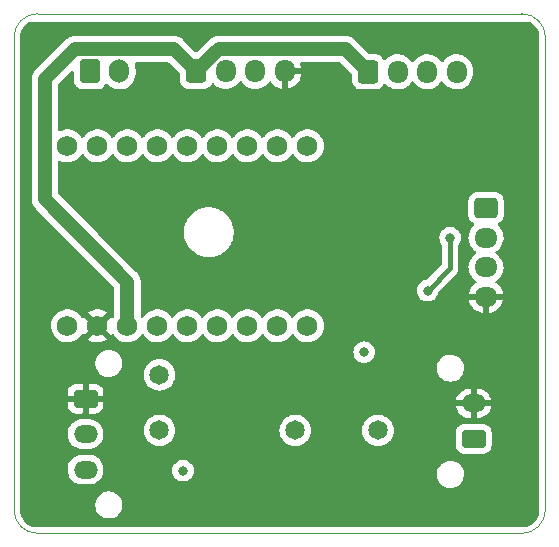
<source format=gbl>
G04 #@! TF.GenerationSoftware,KiCad,Pcbnew,(6.0.7)*
G04 #@! TF.CreationDate,2022-12-11T16:42:55+01:00*
G04 #@! TF.ProjectId,StartStop_PCB,53746172-7453-4746-9f70-5f5043422e6b,rev?*
G04 #@! TF.SameCoordinates,Original*
G04 #@! TF.FileFunction,Copper,L4,Bot*
G04 #@! TF.FilePolarity,Positive*
%FSLAX46Y46*%
G04 Gerber Fmt 4.6, Leading zero omitted, Abs format (unit mm)*
G04 Created by KiCad (PCBNEW (6.0.7)) date 2022-12-11 16:42:55*
%MOMM*%
%LPD*%
G01*
G04 APERTURE LIST*
G04 Aperture macros list*
%AMRoundRect*
0 Rectangle with rounded corners*
0 $1 Rounding radius*
0 $2 $3 $4 $5 $6 $7 $8 $9 X,Y pos of 4 corners*
0 Add a 4 corners polygon primitive as box body*
4,1,4,$2,$3,$4,$5,$6,$7,$8,$9,$2,$3,0*
0 Add four circle primitives for the rounded corners*
1,1,$1+$1,$2,$3*
1,1,$1+$1,$4,$5*
1,1,$1+$1,$6,$7*
1,1,$1+$1,$8,$9*
0 Add four rect primitives between the rounded corners*
20,1,$1+$1,$2,$3,$4,$5,0*
20,1,$1+$1,$4,$5,$6,$7,0*
20,1,$1+$1,$6,$7,$8,$9,0*
20,1,$1+$1,$8,$9,$2,$3,0*%
G04 Aperture macros list end*
G04 #@! TA.AperFunction,Profile*
%ADD10C,0.100000*%
G04 #@! TD*
G04 #@! TA.AperFunction,ComponentPad*
%ADD11RoundRect,0.250000X-0.600000X-0.750000X0.600000X-0.750000X0.600000X0.750000X-0.600000X0.750000X0*%
G04 #@! TD*
G04 #@! TA.AperFunction,ComponentPad*
%ADD12O,1.700000X2.000000*%
G04 #@! TD*
G04 #@! TA.AperFunction,ComponentPad*
%ADD13RoundRect,0.250001X-0.759999X0.499999X-0.759999X-0.499999X0.759999X-0.499999X0.759999X0.499999X0*%
G04 #@! TD*
G04 #@! TA.AperFunction,ComponentPad*
%ADD14O,2.020000X1.500000*%
G04 #@! TD*
G04 #@! TA.AperFunction,ComponentPad*
%ADD15RoundRect,0.250000X-0.725000X0.600000X-0.725000X-0.600000X0.725000X-0.600000X0.725000X0.600000X0*%
G04 #@! TD*
G04 #@! TA.AperFunction,ComponentPad*
%ADD16O,1.950000X1.700000*%
G04 #@! TD*
G04 #@! TA.AperFunction,ComponentPad*
%ADD17C,1.752600*%
G04 #@! TD*
G04 #@! TA.AperFunction,ComponentPad*
%ADD18RoundRect,0.250000X-0.600000X-0.725000X0.600000X-0.725000X0.600000X0.725000X-0.600000X0.725000X0*%
G04 #@! TD*
G04 #@! TA.AperFunction,ComponentPad*
%ADD19O,1.700000X1.950000*%
G04 #@! TD*
G04 #@! TA.AperFunction,ComponentPad*
%ADD20C,1.650000*%
G04 #@! TD*
G04 #@! TA.AperFunction,ComponentPad*
%ADD21RoundRect,0.250001X0.759999X-0.499999X0.759999X0.499999X-0.759999X0.499999X-0.759999X-0.499999X0*%
G04 #@! TD*
G04 #@! TA.AperFunction,ViaPad*
%ADD22C,0.800000*%
G04 #@! TD*
G04 #@! TA.AperFunction,Conductor*
%ADD23C,0.400000*%
G04 #@! TD*
G04 #@! TA.AperFunction,Conductor*
%ADD24C,1.200000*%
G04 #@! TD*
G04 APERTURE END LIST*
D10*
X144000000Y-81000000D02*
G75*
G03*
X146000000Y-79000000I0J2000000D01*
G01*
X103000000Y-37000000D02*
G75*
G03*
X101000000Y-39000000I0J-2000000D01*
G01*
X146000000Y-79000000D02*
X146000000Y-39000000D01*
X144000000Y-37000000D02*
X103000000Y-37000000D01*
X101000000Y-39000000D02*
X101000000Y-79000000D01*
X146000000Y-39000000D02*
G75*
G03*
X144000000Y-37000000I-2000000J0D01*
G01*
X101000000Y-79000000D02*
G75*
G03*
X103000000Y-81000000I2000000J0D01*
G01*
X103000000Y-81000000D02*
X144000000Y-81000000D01*
D11*
X107436600Y-41893000D03*
D12*
X109936600Y-41893000D03*
D13*
X107061000Y-69596000D03*
D14*
X107061000Y-72596000D03*
X107061000Y-75596000D03*
D15*
X140970000Y-53467000D03*
D16*
X140970000Y-55967000D03*
X140970000Y-58467000D03*
X140970000Y-60967000D03*
D17*
X105535191Y-48185000D03*
X108075191Y-48185000D03*
X110615191Y-48185000D03*
X113155191Y-48185000D03*
X115695191Y-48185000D03*
X118235191Y-48185000D03*
X120775191Y-48185000D03*
X123315191Y-48185000D03*
X125855191Y-48185000D03*
X125855191Y-63425000D03*
X123315191Y-63425000D03*
X120775191Y-63425000D03*
X118235191Y-63425000D03*
X115695191Y-63425000D03*
X113155191Y-63425000D03*
X110615191Y-63425000D03*
X108075191Y-63425000D03*
X105535191Y-63425000D03*
D18*
X116448200Y-41884600D03*
D19*
X118948200Y-41884600D03*
X121448200Y-41884600D03*
X123948200Y-41884600D03*
D18*
X130997000Y-41923000D03*
D19*
X133497000Y-41923000D03*
X135997000Y-41923000D03*
X138497000Y-41923000D03*
D20*
X113323000Y-67576600D03*
X113323000Y-72276600D03*
X124823000Y-72276600D03*
X131823000Y-72276600D03*
D21*
X139920000Y-73001000D03*
D14*
X139920000Y-70001000D03*
D22*
X130658000Y-65659000D03*
X115316000Y-75692000D03*
X134366000Y-58420000D03*
X123698000Y-74676000D03*
X127762000Y-79121000D03*
X134239000Y-54102000D03*
X132334000Y-50546000D03*
X127762000Y-54864000D03*
X136017000Y-60452000D03*
X137930500Y-55967000D03*
D23*
X139920000Y-70001000D02*
X139168000Y-70001000D01*
D24*
X106172000Y-40005000D02*
X103632000Y-42545000D01*
X116448200Y-41884600D02*
X114568600Y-40005000D01*
X129079000Y-40005000D02*
X118327800Y-40005000D01*
X118327800Y-40005000D02*
X116448200Y-41884600D01*
X130997000Y-41923000D02*
X129079000Y-40005000D01*
X114568600Y-40005000D02*
X106172000Y-40005000D01*
X110615191Y-59688191D02*
X110615191Y-63425000D01*
X103632000Y-52705000D02*
X110615191Y-59688191D01*
X103632000Y-42545000D02*
X103632000Y-52705000D01*
D23*
X137930500Y-55967000D02*
X137930500Y-58538500D01*
X137930500Y-58538500D02*
X136017000Y-60452000D01*
G04 #@! TA.AperFunction,Conductor*
G36*
X144786482Y-37734413D02*
G01*
X144798459Y-37740953D01*
X144813582Y-37750672D01*
X144969514Y-37867402D01*
X144983100Y-37879175D01*
X145120825Y-38016900D01*
X145132598Y-38030486D01*
X145249328Y-38186418D01*
X145259048Y-38201542D01*
X145352396Y-38372498D01*
X145359864Y-38388850D01*
X145427937Y-38571359D01*
X145433001Y-38588607D01*
X145474404Y-38778936D01*
X145476961Y-38796715D01*
X145488540Y-38958601D01*
X145487793Y-38976565D01*
X145487692Y-38984845D01*
X145486309Y-38993724D01*
X145487766Y-39004865D01*
X145490436Y-39025283D01*
X145491500Y-39041621D01*
X145491500Y-78950633D01*
X145490000Y-78970018D01*
X145487690Y-78984851D01*
X145487690Y-78984855D01*
X145486309Y-78993724D01*
X145488136Y-79007693D01*
X145488304Y-79008976D01*
X145489047Y-79034302D01*
X145482758Y-79122245D01*
X145476962Y-79203279D01*
X145474404Y-79221064D01*
X145456598Y-79302919D01*
X145433001Y-79411392D01*
X145427937Y-79428641D01*
X145359864Y-79611150D01*
X145352396Y-79627502D01*
X145259048Y-79798458D01*
X145249328Y-79813582D01*
X145132598Y-79969514D01*
X145120825Y-79983100D01*
X144983100Y-80120825D01*
X144969514Y-80132598D01*
X144813582Y-80249328D01*
X144798458Y-80259048D01*
X144627502Y-80352396D01*
X144611150Y-80359864D01*
X144428641Y-80427937D01*
X144411393Y-80433001D01*
X144221064Y-80474404D01*
X144203285Y-80476961D01*
X144041395Y-80488540D01*
X144023435Y-80487793D01*
X144015155Y-80487692D01*
X144006276Y-80486309D01*
X143974714Y-80490436D01*
X143958379Y-80491500D01*
X103049367Y-80491500D01*
X103029982Y-80490000D01*
X103015149Y-80487690D01*
X103015145Y-80487690D01*
X103006276Y-80486309D01*
X102991019Y-80488304D01*
X102965698Y-80489047D01*
X102796715Y-80476961D01*
X102778936Y-80474404D01*
X102588607Y-80433001D01*
X102571359Y-80427937D01*
X102388850Y-80359864D01*
X102372498Y-80352396D01*
X102201542Y-80259048D01*
X102186418Y-80249328D01*
X102030486Y-80132598D01*
X102016900Y-80120825D01*
X101879175Y-79983100D01*
X101867402Y-79969514D01*
X101750672Y-79813582D01*
X101740952Y-79798458D01*
X101647604Y-79627502D01*
X101640136Y-79611150D01*
X101572063Y-79428641D01*
X101566999Y-79411392D01*
X101543402Y-79302919D01*
X101525596Y-79221064D01*
X101523038Y-79203278D01*
X101516894Y-79117362D01*
X101511719Y-79045011D01*
X101512805Y-79022245D01*
X101512334Y-79022203D01*
X101512770Y-79017345D01*
X101513576Y-79012552D01*
X101513729Y-79000000D01*
X101509773Y-78972376D01*
X101508500Y-78954514D01*
X101508500Y-78686102D01*
X107876141Y-78686102D01*
X107911732Y-78893228D01*
X107984472Y-79090399D01*
X108091926Y-79271012D01*
X108230494Y-79429019D01*
X108395537Y-79559128D01*
X108400653Y-79561819D01*
X108400655Y-79561821D01*
X108576410Y-79654290D01*
X108581527Y-79656982D01*
X108782234Y-79719304D01*
X108787969Y-79719983D01*
X108787970Y-79719983D01*
X108818532Y-79723600D01*
X108952874Y-79739500D01*
X109074316Y-79739500D01*
X109230279Y-79725169D01*
X109235841Y-79723600D01*
X109235843Y-79723600D01*
X109331414Y-79696646D01*
X109432549Y-79668123D01*
X109621037Y-79575171D01*
X109789429Y-79449427D01*
X109808294Y-79429019D01*
X109928167Y-79299341D01*
X109928169Y-79299338D01*
X109932086Y-79295101D01*
X110044231Y-79117362D01*
X110122108Y-78922163D01*
X110123233Y-78916506D01*
X110123235Y-78916500D01*
X110161981Y-78721707D01*
X110161981Y-78721705D01*
X110163108Y-78716040D01*
X110163426Y-78691800D01*
X110165783Y-78511680D01*
X110165859Y-78505898D01*
X110130268Y-78298772D01*
X110057528Y-78101601D01*
X109950074Y-77920988D01*
X109811506Y-77762981D01*
X109646463Y-77632872D01*
X109641347Y-77630181D01*
X109641345Y-77630179D01*
X109465590Y-77537710D01*
X109465588Y-77537709D01*
X109460473Y-77535018D01*
X109259766Y-77472696D01*
X109254031Y-77472017D01*
X109254030Y-77472017D01*
X109205742Y-77466302D01*
X109089126Y-77452500D01*
X108967684Y-77452500D01*
X108811721Y-77466831D01*
X108806159Y-77468400D01*
X108806157Y-77468400D01*
X108710586Y-77495354D01*
X108609451Y-77523877D01*
X108420963Y-77616829D01*
X108252571Y-77742573D01*
X108109914Y-77896899D01*
X107997769Y-78074638D01*
X107919892Y-78269837D01*
X107918767Y-78275494D01*
X107918765Y-78275500D01*
X107913003Y-78304469D01*
X107878892Y-78475960D01*
X107878816Y-78481735D01*
X107878816Y-78481739D01*
X107878500Y-78505898D01*
X107876141Y-78686102D01*
X101508500Y-78686102D01*
X101508500Y-75635690D01*
X105538037Y-75635690D01*
X105565025Y-75858715D01*
X105631082Y-76073435D01*
X105633652Y-76078415D01*
X105633654Y-76078419D01*
X105698852Y-76204738D01*
X105734118Y-76273064D01*
X105870877Y-76451292D01*
X106037036Y-76602485D01*
X106041783Y-76605463D01*
X106041786Y-76605465D01*
X106199410Y-76704341D01*
X106227344Y-76721864D01*
X106435783Y-76805656D01*
X106655767Y-76851213D01*
X106660378Y-76851479D01*
X106660379Y-76851479D01*
X106710952Y-76854395D01*
X106710956Y-76854395D01*
X106712775Y-76854500D01*
X107377999Y-76854500D01*
X107380786Y-76854251D01*
X107380792Y-76854251D01*
X107450929Y-76847991D01*
X107544762Y-76839617D01*
X107550176Y-76838136D01*
X107550181Y-76838135D01*
X107677912Y-76803191D01*
X107761451Y-76780337D01*
X107766509Y-76777925D01*
X107766513Y-76777923D01*
X107884042Y-76721864D01*
X107964218Y-76683622D01*
X108146654Y-76552529D01*
X108302992Y-76391201D01*
X108428290Y-76204738D01*
X108518588Y-75999033D01*
X108538360Y-75916680D01*
X108569722Y-75786046D01*
X108569722Y-75786045D01*
X108571032Y-75780589D01*
X108576140Y-75692000D01*
X114402496Y-75692000D01*
X114403186Y-75698565D01*
X114421761Y-75875293D01*
X114422458Y-75881928D01*
X114481473Y-76063556D01*
X114484776Y-76069278D01*
X114484777Y-76069279D01*
X114490054Y-76078419D01*
X114576960Y-76228944D01*
X114581378Y-76233851D01*
X114581379Y-76233852D01*
X114700325Y-76365955D01*
X114704747Y-76370866D01*
X114859248Y-76483118D01*
X114865276Y-76485802D01*
X114865278Y-76485803D01*
X114958359Y-76527245D01*
X115033712Y-76560794D01*
X115127113Y-76580647D01*
X115214056Y-76599128D01*
X115214061Y-76599128D01*
X115220513Y-76600500D01*
X115411487Y-76600500D01*
X115417939Y-76599128D01*
X115417944Y-76599128D01*
X115504887Y-76580647D01*
X115598288Y-76560794D01*
X115673641Y-76527245D01*
X115766722Y-76485803D01*
X115766724Y-76485802D01*
X115772752Y-76483118D01*
X115927253Y-76370866D01*
X115931675Y-76365955D01*
X116050621Y-76233852D01*
X116050622Y-76233851D01*
X116055040Y-76228944D01*
X116134623Y-76091102D01*
X136815141Y-76091102D01*
X136850732Y-76298228D01*
X136923472Y-76495399D01*
X136926424Y-76500360D01*
X136926424Y-76500361D01*
X136985185Y-76599128D01*
X137030926Y-76676012D01*
X137169494Y-76834019D01*
X137334537Y-76964128D01*
X137339653Y-76966819D01*
X137339655Y-76966821D01*
X137515410Y-77059290D01*
X137520527Y-77061982D01*
X137721234Y-77124304D01*
X137726969Y-77124983D01*
X137726970Y-77124983D01*
X137757532Y-77128600D01*
X137891874Y-77144500D01*
X138013316Y-77144500D01*
X138169279Y-77130169D01*
X138174841Y-77128600D01*
X138174843Y-77128600D01*
X138270414Y-77101646D01*
X138371549Y-77073123D01*
X138560037Y-76980171D01*
X138728429Y-76854427D01*
X138751305Y-76829680D01*
X138867167Y-76704341D01*
X138867169Y-76704338D01*
X138871086Y-76700101D01*
X138983231Y-76522362D01*
X139061108Y-76327163D01*
X139062233Y-76321506D01*
X139062235Y-76321500D01*
X139100981Y-76126707D01*
X139100981Y-76126705D01*
X139102108Y-76121040D01*
X139102426Y-76096800D01*
X139104783Y-75916680D01*
X139104859Y-75910898D01*
X139069268Y-75703772D01*
X138996528Y-75506601D01*
X138993576Y-75501639D01*
X138892028Y-75330953D01*
X138892027Y-75330952D01*
X138889074Y-75325988D01*
X138750506Y-75167981D01*
X138585463Y-75037872D01*
X138580347Y-75035181D01*
X138580345Y-75035179D01*
X138404590Y-74942710D01*
X138404588Y-74942709D01*
X138399473Y-74940018D01*
X138198766Y-74877696D01*
X138193031Y-74877017D01*
X138193030Y-74877017D01*
X138144742Y-74871302D01*
X138028126Y-74857500D01*
X137906684Y-74857500D01*
X137750721Y-74871831D01*
X137745159Y-74873400D01*
X137745157Y-74873400D01*
X137657234Y-74898197D01*
X137548451Y-74928877D01*
X137359963Y-75021829D01*
X137355337Y-75025283D01*
X137355336Y-75025284D01*
X137223237Y-75123927D01*
X137191571Y-75147573D01*
X137187657Y-75151807D01*
X137187655Y-75151809D01*
X137144567Y-75198422D01*
X137048914Y-75301899D01*
X136936769Y-75479638D01*
X136858892Y-75674837D01*
X136857767Y-75680494D01*
X136857765Y-75680500D01*
X136836771Y-75786046D01*
X136817892Y-75880960D01*
X136817816Y-75886735D01*
X136817816Y-75886739D01*
X136817500Y-75910898D01*
X136815141Y-76091102D01*
X116134623Y-76091102D01*
X116141946Y-76078419D01*
X116147223Y-76069279D01*
X116147224Y-76069278D01*
X116150527Y-76063556D01*
X116209542Y-75881928D01*
X116210240Y-75875293D01*
X116228814Y-75698565D01*
X116229504Y-75692000D01*
X116209542Y-75502072D01*
X116150527Y-75320444D01*
X116142641Y-75306784D01*
X116062502Y-75167981D01*
X116055040Y-75155056D01*
X116027012Y-75123927D01*
X115931675Y-75018045D01*
X115931674Y-75018044D01*
X115927253Y-75013134D01*
X115772752Y-74900882D01*
X115766724Y-74898198D01*
X115766722Y-74898197D01*
X115604319Y-74825891D01*
X115604318Y-74825891D01*
X115598288Y-74823206D01*
X115492872Y-74800799D01*
X115417944Y-74784872D01*
X115417939Y-74784872D01*
X115411487Y-74783500D01*
X115220513Y-74783500D01*
X115214061Y-74784872D01*
X115214056Y-74784872D01*
X115139128Y-74800799D01*
X115033712Y-74823206D01*
X115027682Y-74825891D01*
X115027681Y-74825891D01*
X114865278Y-74898197D01*
X114865276Y-74898198D01*
X114859248Y-74900882D01*
X114704747Y-75013134D01*
X114700326Y-75018044D01*
X114700325Y-75018045D01*
X114604989Y-75123927D01*
X114576960Y-75155056D01*
X114569498Y-75167981D01*
X114489360Y-75306784D01*
X114481473Y-75320444D01*
X114422458Y-75502072D01*
X114402496Y-75692000D01*
X108576140Y-75692000D01*
X108583963Y-75556310D01*
X108556975Y-75333285D01*
X108490918Y-75118565D01*
X108449270Y-75037872D01*
X108390454Y-74923919D01*
X108390454Y-74923918D01*
X108387882Y-74918936D01*
X108251123Y-74740708D01*
X108084964Y-74589515D01*
X108080217Y-74586537D01*
X108080214Y-74586535D01*
X107899405Y-74473115D01*
X107894656Y-74470136D01*
X107686217Y-74386344D01*
X107466233Y-74340787D01*
X107461622Y-74340521D01*
X107461621Y-74340521D01*
X107411048Y-74337605D01*
X107411044Y-74337605D01*
X107409225Y-74337500D01*
X106744001Y-74337500D01*
X106741214Y-74337749D01*
X106741208Y-74337749D01*
X106671071Y-74344009D01*
X106577238Y-74352383D01*
X106571824Y-74353864D01*
X106571819Y-74353865D01*
X106457262Y-74385205D01*
X106360549Y-74411663D01*
X106355491Y-74414075D01*
X106355487Y-74414077D01*
X106259166Y-74460020D01*
X106157782Y-74508378D01*
X105975346Y-74639471D01*
X105819008Y-74800799D01*
X105693710Y-74987262D01*
X105603412Y-75192967D01*
X105602103Y-75198418D01*
X105602102Y-75198422D01*
X105576087Y-75306784D01*
X105550968Y-75411411D01*
X105538037Y-75635690D01*
X101508500Y-75635690D01*
X101508500Y-72635690D01*
X105538037Y-72635690D01*
X105565025Y-72858715D01*
X105631082Y-73073435D01*
X105633652Y-73078415D01*
X105633654Y-73078419D01*
X105698852Y-73204738D01*
X105734118Y-73273064D01*
X105870877Y-73451292D01*
X106037036Y-73602485D01*
X106041783Y-73605463D01*
X106041786Y-73605465D01*
X106170229Y-73686036D01*
X106227344Y-73721864D01*
X106435783Y-73805656D01*
X106655767Y-73851213D01*
X106660378Y-73851479D01*
X106660379Y-73851479D01*
X106710952Y-73854395D01*
X106710956Y-73854395D01*
X106712775Y-73854500D01*
X107377999Y-73854500D01*
X107380786Y-73854251D01*
X107380792Y-73854251D01*
X107450929Y-73847991D01*
X107544762Y-73839617D01*
X107550176Y-73838136D01*
X107550181Y-73838135D01*
X107677912Y-73803191D01*
X107761451Y-73780337D01*
X107766509Y-73777925D01*
X107766513Y-73777923D01*
X107884042Y-73721864D01*
X107964218Y-73683622D01*
X108146654Y-73552529D01*
X108302992Y-73391201D01*
X108428290Y-73204738D01*
X108518588Y-72999033D01*
X108530263Y-72950406D01*
X108569722Y-72786046D01*
X108569722Y-72786045D01*
X108571032Y-72780589D01*
X108583963Y-72556310D01*
X108556975Y-72333285D01*
X108539536Y-72276600D01*
X111984406Y-72276600D01*
X112004742Y-72509044D01*
X112065133Y-72734426D01*
X112067455Y-72739406D01*
X112067456Y-72739408D01*
X112161418Y-72940910D01*
X112161421Y-72940915D01*
X112163744Y-72945897D01*
X112166900Y-72950404D01*
X112166901Y-72950406D01*
X112256537Y-73078419D01*
X112297578Y-73137032D01*
X112462568Y-73302022D01*
X112467076Y-73305179D01*
X112467079Y-73305181D01*
X112649194Y-73432699D01*
X112653703Y-73435856D01*
X112658685Y-73438179D01*
X112658690Y-73438182D01*
X112860192Y-73532144D01*
X112865174Y-73534467D01*
X112870482Y-73535889D01*
X112870484Y-73535890D01*
X113085241Y-73593434D01*
X113085243Y-73593434D01*
X113090556Y-73594858D01*
X113323000Y-73615194D01*
X113555444Y-73594858D01*
X113560757Y-73593434D01*
X113560759Y-73593434D01*
X113775516Y-73535890D01*
X113775518Y-73535889D01*
X113780826Y-73534467D01*
X113785808Y-73532144D01*
X113987310Y-73438182D01*
X113987315Y-73438179D01*
X113992297Y-73435856D01*
X113996806Y-73432699D01*
X114178921Y-73305181D01*
X114178924Y-73305179D01*
X114183432Y-73302022D01*
X114348422Y-73137032D01*
X114389464Y-73078419D01*
X114479099Y-72950406D01*
X114479100Y-72950404D01*
X114482256Y-72945897D01*
X114484579Y-72940915D01*
X114484582Y-72940910D01*
X114578544Y-72739408D01*
X114578545Y-72739406D01*
X114580867Y-72734426D01*
X114641258Y-72509044D01*
X114661594Y-72276600D01*
X123484406Y-72276600D01*
X123504742Y-72509044D01*
X123565133Y-72734426D01*
X123567455Y-72739406D01*
X123567456Y-72739408D01*
X123661418Y-72940910D01*
X123661421Y-72940915D01*
X123663744Y-72945897D01*
X123666900Y-72950404D01*
X123666901Y-72950406D01*
X123756537Y-73078419D01*
X123797578Y-73137032D01*
X123962568Y-73302022D01*
X123967076Y-73305179D01*
X123967079Y-73305181D01*
X124149194Y-73432699D01*
X124153703Y-73435856D01*
X124158685Y-73438179D01*
X124158690Y-73438182D01*
X124360192Y-73532144D01*
X124365174Y-73534467D01*
X124370482Y-73535889D01*
X124370484Y-73535890D01*
X124585241Y-73593434D01*
X124585243Y-73593434D01*
X124590556Y-73594858D01*
X124823000Y-73615194D01*
X125055444Y-73594858D01*
X125060757Y-73593434D01*
X125060759Y-73593434D01*
X125275516Y-73535890D01*
X125275518Y-73535889D01*
X125280826Y-73534467D01*
X125285808Y-73532144D01*
X125487310Y-73438182D01*
X125487315Y-73438179D01*
X125492297Y-73435856D01*
X125496806Y-73432699D01*
X125678921Y-73305181D01*
X125678924Y-73305179D01*
X125683432Y-73302022D01*
X125848422Y-73137032D01*
X125889464Y-73078419D01*
X125979099Y-72950406D01*
X125979100Y-72950404D01*
X125982256Y-72945897D01*
X125984579Y-72940915D01*
X125984582Y-72940910D01*
X126078544Y-72739408D01*
X126078545Y-72739406D01*
X126080867Y-72734426D01*
X126141258Y-72509044D01*
X126161594Y-72276600D01*
X130484406Y-72276600D01*
X130504742Y-72509044D01*
X130565133Y-72734426D01*
X130567455Y-72739406D01*
X130567456Y-72739408D01*
X130661418Y-72940910D01*
X130661421Y-72940915D01*
X130663744Y-72945897D01*
X130666900Y-72950404D01*
X130666901Y-72950406D01*
X130756537Y-73078419D01*
X130797578Y-73137032D01*
X130962568Y-73302022D01*
X130967076Y-73305179D01*
X130967079Y-73305181D01*
X131149194Y-73432699D01*
X131153703Y-73435856D01*
X131158685Y-73438179D01*
X131158690Y-73438182D01*
X131360192Y-73532144D01*
X131365174Y-73534467D01*
X131370482Y-73535889D01*
X131370484Y-73535890D01*
X131585241Y-73593434D01*
X131585243Y-73593434D01*
X131590556Y-73594858D01*
X131823000Y-73615194D01*
X132055444Y-73594858D01*
X132060757Y-73593434D01*
X132060759Y-73593434D01*
X132217632Y-73551400D01*
X138401500Y-73551400D01*
X138401837Y-73554646D01*
X138401837Y-73554650D01*
X138407110Y-73605465D01*
X138412474Y-73657165D01*
X138468450Y-73824945D01*
X138561522Y-73975348D01*
X138686697Y-74100305D01*
X138692927Y-74104145D01*
X138692928Y-74104146D01*
X138830090Y-74188694D01*
X138837262Y-74193115D01*
X138917005Y-74219564D01*
X138998611Y-74246632D01*
X138998613Y-74246632D01*
X139005139Y-74248797D01*
X139011975Y-74249497D01*
X139011978Y-74249498D01*
X139055031Y-74253909D01*
X139109600Y-74259500D01*
X140730400Y-74259500D01*
X140733646Y-74259163D01*
X140733650Y-74259163D01*
X140829307Y-74249238D01*
X140829311Y-74249237D01*
X140836165Y-74248526D01*
X140842701Y-74246345D01*
X140842703Y-74246345D01*
X140974805Y-74202272D01*
X141003945Y-74192550D01*
X141154348Y-74099478D01*
X141279305Y-73974303D01*
X141353218Y-73854395D01*
X141368275Y-73829968D01*
X141368276Y-73829966D01*
X141372115Y-73823738D01*
X141406893Y-73718885D01*
X141425632Y-73662389D01*
X141425632Y-73662387D01*
X141427797Y-73655861D01*
X141438500Y-73551400D01*
X141438500Y-72450600D01*
X141438163Y-72447350D01*
X141428238Y-72351693D01*
X141428237Y-72351689D01*
X141427526Y-72344835D01*
X141371550Y-72177055D01*
X141278478Y-72026652D01*
X141153303Y-71901695D01*
X141147072Y-71897854D01*
X141008968Y-71812725D01*
X141008966Y-71812724D01*
X141002738Y-71808885D01*
X140842254Y-71755655D01*
X140841389Y-71755368D01*
X140841387Y-71755368D01*
X140834861Y-71753203D01*
X140828025Y-71752503D01*
X140828022Y-71752502D01*
X140784969Y-71748091D01*
X140730400Y-71742500D01*
X139109600Y-71742500D01*
X139106354Y-71742837D01*
X139106350Y-71742837D01*
X139010693Y-71752762D01*
X139010689Y-71752763D01*
X139003835Y-71753474D01*
X138997299Y-71755655D01*
X138997297Y-71755655D01*
X138874058Y-71796771D01*
X138836055Y-71809450D01*
X138685652Y-71902522D01*
X138560695Y-72027697D01*
X138556855Y-72033927D01*
X138556854Y-72033928D01*
X138547172Y-72049636D01*
X138467885Y-72178262D01*
X138412203Y-72346139D01*
X138401500Y-72450600D01*
X138401500Y-73551400D01*
X132217632Y-73551400D01*
X132275516Y-73535890D01*
X132275518Y-73535889D01*
X132280826Y-73534467D01*
X132285808Y-73532144D01*
X132487310Y-73438182D01*
X132487315Y-73438179D01*
X132492297Y-73435856D01*
X132496806Y-73432699D01*
X132678921Y-73305181D01*
X132678924Y-73305179D01*
X132683432Y-73302022D01*
X132848422Y-73137032D01*
X132889464Y-73078419D01*
X132979099Y-72950406D01*
X132979100Y-72950404D01*
X132982256Y-72945897D01*
X132984579Y-72940915D01*
X132984582Y-72940910D01*
X133078544Y-72739408D01*
X133078545Y-72739406D01*
X133080867Y-72734426D01*
X133141258Y-72509044D01*
X133161594Y-72276600D01*
X133141258Y-72044156D01*
X133139834Y-72038841D01*
X133082290Y-71824084D01*
X133082289Y-71824082D01*
X133080867Y-71818774D01*
X133042707Y-71736939D01*
X132984582Y-71612290D01*
X132984579Y-71612285D01*
X132982256Y-71607303D01*
X132886211Y-71470136D01*
X132851581Y-71420679D01*
X132851579Y-71420676D01*
X132848422Y-71416168D01*
X132683432Y-71251178D01*
X132678924Y-71248021D01*
X132678921Y-71248019D01*
X132496806Y-71120501D01*
X132496804Y-71120500D01*
X132492297Y-71117344D01*
X132487315Y-71115021D01*
X132487310Y-71115018D01*
X132285808Y-71021056D01*
X132285806Y-71021055D01*
X132280826Y-71018733D01*
X132275518Y-71017311D01*
X132275516Y-71017310D01*
X132060759Y-70959766D01*
X132060757Y-70959766D01*
X132055444Y-70958342D01*
X131823000Y-70938006D01*
X131590556Y-70958342D01*
X131585243Y-70959766D01*
X131585241Y-70959766D01*
X131370484Y-71017310D01*
X131370482Y-71017311D01*
X131365174Y-71018733D01*
X131360194Y-71021055D01*
X131360192Y-71021056D01*
X131158690Y-71115018D01*
X131158685Y-71115021D01*
X131153703Y-71117344D01*
X131149196Y-71120500D01*
X131149194Y-71120501D01*
X130967079Y-71248019D01*
X130967076Y-71248021D01*
X130962568Y-71251178D01*
X130797578Y-71416168D01*
X130794421Y-71420676D01*
X130794419Y-71420679D01*
X130759789Y-71470136D01*
X130663744Y-71607303D01*
X130661421Y-71612285D01*
X130661418Y-71612290D01*
X130603293Y-71736939D01*
X130565133Y-71818774D01*
X130563711Y-71824082D01*
X130563710Y-71824084D01*
X130506166Y-72038841D01*
X130504742Y-72044156D01*
X130484406Y-72276600D01*
X126161594Y-72276600D01*
X126141258Y-72044156D01*
X126139834Y-72038841D01*
X126082290Y-71824084D01*
X126082289Y-71824082D01*
X126080867Y-71818774D01*
X126042707Y-71736939D01*
X125984582Y-71612290D01*
X125984579Y-71612285D01*
X125982256Y-71607303D01*
X125886211Y-71470136D01*
X125851581Y-71420679D01*
X125851579Y-71420676D01*
X125848422Y-71416168D01*
X125683432Y-71251178D01*
X125678924Y-71248021D01*
X125678921Y-71248019D01*
X125496806Y-71120501D01*
X125496804Y-71120500D01*
X125492297Y-71117344D01*
X125487315Y-71115021D01*
X125487310Y-71115018D01*
X125285808Y-71021056D01*
X125285806Y-71021055D01*
X125280826Y-71018733D01*
X125275518Y-71017311D01*
X125275516Y-71017310D01*
X125060759Y-70959766D01*
X125060757Y-70959766D01*
X125055444Y-70958342D01*
X124823000Y-70938006D01*
X124590556Y-70958342D01*
X124585243Y-70959766D01*
X124585241Y-70959766D01*
X124370484Y-71017310D01*
X124370482Y-71017311D01*
X124365174Y-71018733D01*
X124360194Y-71021055D01*
X124360192Y-71021056D01*
X124158690Y-71115018D01*
X124158685Y-71115021D01*
X124153703Y-71117344D01*
X124149196Y-71120500D01*
X124149194Y-71120501D01*
X123967079Y-71248019D01*
X123967076Y-71248021D01*
X123962568Y-71251178D01*
X123797578Y-71416168D01*
X123794421Y-71420676D01*
X123794419Y-71420679D01*
X123759789Y-71470136D01*
X123663744Y-71607303D01*
X123661421Y-71612285D01*
X123661418Y-71612290D01*
X123603293Y-71736939D01*
X123565133Y-71818774D01*
X123563711Y-71824082D01*
X123563710Y-71824084D01*
X123506166Y-72038841D01*
X123504742Y-72044156D01*
X123484406Y-72276600D01*
X114661594Y-72276600D01*
X114641258Y-72044156D01*
X114639834Y-72038841D01*
X114582290Y-71824084D01*
X114582289Y-71824082D01*
X114580867Y-71818774D01*
X114542707Y-71736939D01*
X114484582Y-71612290D01*
X114484579Y-71612285D01*
X114482256Y-71607303D01*
X114386211Y-71470136D01*
X114351581Y-71420679D01*
X114351579Y-71420676D01*
X114348422Y-71416168D01*
X114183432Y-71251178D01*
X114178924Y-71248021D01*
X114178921Y-71248019D01*
X113996806Y-71120501D01*
X113996804Y-71120500D01*
X113992297Y-71117344D01*
X113987315Y-71115021D01*
X113987310Y-71115018D01*
X113785808Y-71021056D01*
X113785806Y-71021055D01*
X113780826Y-71018733D01*
X113775518Y-71017311D01*
X113775516Y-71017310D01*
X113560759Y-70959766D01*
X113560757Y-70959766D01*
X113555444Y-70958342D01*
X113323000Y-70938006D01*
X113090556Y-70958342D01*
X113085243Y-70959766D01*
X113085241Y-70959766D01*
X112870484Y-71017310D01*
X112870482Y-71017311D01*
X112865174Y-71018733D01*
X112860194Y-71021055D01*
X112860192Y-71021056D01*
X112658690Y-71115018D01*
X112658685Y-71115021D01*
X112653703Y-71117344D01*
X112649196Y-71120500D01*
X112649194Y-71120501D01*
X112467079Y-71248019D01*
X112467076Y-71248021D01*
X112462568Y-71251178D01*
X112297578Y-71416168D01*
X112294421Y-71420676D01*
X112294419Y-71420679D01*
X112259789Y-71470136D01*
X112163744Y-71607303D01*
X112161421Y-71612285D01*
X112161418Y-71612290D01*
X112103293Y-71736939D01*
X112065133Y-71818774D01*
X112063711Y-71824082D01*
X112063710Y-71824084D01*
X112006166Y-72038841D01*
X112004742Y-72044156D01*
X111984406Y-72276600D01*
X108539536Y-72276600D01*
X108490918Y-72118565D01*
X108449770Y-72038841D01*
X108390454Y-71923919D01*
X108390454Y-71923918D01*
X108387882Y-71918936D01*
X108251123Y-71740708D01*
X108084964Y-71589515D01*
X108080217Y-71586537D01*
X108080214Y-71586535D01*
X107899405Y-71473115D01*
X107894656Y-71470136D01*
X107686217Y-71386344D01*
X107466233Y-71340787D01*
X107461622Y-71340521D01*
X107461621Y-71340521D01*
X107411048Y-71337605D01*
X107411044Y-71337605D01*
X107409225Y-71337500D01*
X106744001Y-71337500D01*
X106741214Y-71337749D01*
X106741208Y-71337749D01*
X106671071Y-71344009D01*
X106577238Y-71352383D01*
X106571824Y-71353864D01*
X106571819Y-71353865D01*
X106457262Y-71385205D01*
X106360549Y-71411663D01*
X106355491Y-71414075D01*
X106355487Y-71414077D01*
X106259165Y-71460021D01*
X106157782Y-71508378D01*
X105975346Y-71639471D01*
X105971439Y-71643503D01*
X105862756Y-71755655D01*
X105819008Y-71800799D01*
X105693710Y-71987262D01*
X105603412Y-72192967D01*
X105602103Y-72198418D01*
X105602102Y-72198422D01*
X105552278Y-72405954D01*
X105550968Y-72411411D01*
X105538037Y-72635690D01*
X101508500Y-72635690D01*
X101508500Y-70143096D01*
X105543000Y-70143096D01*
X105543337Y-70149611D01*
X105553256Y-70245203D01*
X105556150Y-70258602D01*
X105607588Y-70412783D01*
X105613762Y-70425962D01*
X105699063Y-70563807D01*
X105708099Y-70575208D01*
X105822830Y-70689739D01*
X105834241Y-70698751D01*
X105972245Y-70783818D01*
X105985423Y-70789962D01*
X106139716Y-70841139D01*
X106153081Y-70844005D01*
X106247439Y-70853672D01*
X106253855Y-70854000D01*
X106788885Y-70854000D01*
X106804124Y-70849525D01*
X106805329Y-70848135D01*
X106807000Y-70840452D01*
X106807000Y-70835885D01*
X107315000Y-70835885D01*
X107319475Y-70851124D01*
X107320865Y-70852329D01*
X107328548Y-70854000D01*
X107868096Y-70854000D01*
X107874611Y-70853663D01*
X107970203Y-70843744D01*
X107983602Y-70840850D01*
X108137783Y-70789412D01*
X108150962Y-70783238D01*
X108288807Y-70697937D01*
X108300208Y-70688901D01*
X108414739Y-70574170D01*
X108423751Y-70562759D01*
X108508818Y-70424755D01*
X108514962Y-70411577D01*
X108562343Y-70268728D01*
X138426114Y-70268728D01*
X138426166Y-70268973D01*
X138488898Y-70472883D01*
X138493119Y-70483229D01*
X138590971Y-70672814D01*
X138596957Y-70682245D01*
X138726832Y-70851501D01*
X138734393Y-70859724D01*
X138892194Y-71003312D01*
X138901094Y-71010067D01*
X139081815Y-71123434D01*
X139091781Y-71128511D01*
X139289714Y-71208080D01*
X139300429Y-71211315D01*
X139510301Y-71254777D01*
X139519438Y-71255980D01*
X139569990Y-71258895D01*
X139573637Y-71259000D01*
X139647885Y-71259000D01*
X139663124Y-71254525D01*
X139664329Y-71253135D01*
X139666000Y-71245452D01*
X139666000Y-71240885D01*
X140174000Y-71240885D01*
X140178475Y-71256124D01*
X140179865Y-71257329D01*
X140187548Y-71259000D01*
X140234175Y-71259000D01*
X140239770Y-71258751D01*
X140398078Y-71244622D01*
X140409092Y-71242640D01*
X140614860Y-71186349D01*
X140625341Y-71182451D01*
X140817903Y-71090603D01*
X140827516Y-71084918D01*
X141000767Y-70960425D01*
X141009233Y-70953117D01*
X141157692Y-70799918D01*
X141164735Y-70791221D01*
X141283719Y-70614156D01*
X141289105Y-70604358D01*
X141374857Y-70409010D01*
X141378422Y-70398418D01*
X141408624Y-70272616D01*
X141407919Y-70258530D01*
X141399040Y-70255000D01*
X140192115Y-70255000D01*
X140176876Y-70259475D01*
X140175671Y-70260865D01*
X140174000Y-70268548D01*
X140174000Y-71240885D01*
X139666000Y-71240885D01*
X139666000Y-70273115D01*
X139661525Y-70257876D01*
X139660135Y-70256671D01*
X139652452Y-70255000D01*
X138441589Y-70255000D01*
X138427607Y-70259105D01*
X138426114Y-70268728D01*
X108562343Y-70268728D01*
X108566139Y-70257284D01*
X108569005Y-70243919D01*
X108578672Y-70149561D01*
X108579000Y-70143144D01*
X108579000Y-69868115D01*
X108574525Y-69852876D01*
X108573135Y-69851671D01*
X108565452Y-69850000D01*
X107333115Y-69850000D01*
X107317876Y-69854475D01*
X107316671Y-69855865D01*
X107315000Y-69863548D01*
X107315000Y-70835885D01*
X106807000Y-70835885D01*
X106807000Y-69868115D01*
X106802525Y-69852876D01*
X106801135Y-69851671D01*
X106793452Y-69850000D01*
X105561115Y-69850000D01*
X105545876Y-69854475D01*
X105544671Y-69855865D01*
X105543000Y-69863548D01*
X105543000Y-70143096D01*
X101508500Y-70143096D01*
X101508500Y-69729384D01*
X138431376Y-69729384D01*
X138432081Y-69743470D01*
X138440960Y-69747000D01*
X139647885Y-69747000D01*
X139663124Y-69742525D01*
X139664329Y-69741135D01*
X139666000Y-69733452D01*
X139666000Y-69728885D01*
X140174000Y-69728885D01*
X140178475Y-69744124D01*
X140179865Y-69745329D01*
X140187548Y-69747000D01*
X141398411Y-69747000D01*
X141412393Y-69742895D01*
X141413886Y-69733272D01*
X141413834Y-69733027D01*
X141351102Y-69529117D01*
X141346881Y-69518771D01*
X141249029Y-69329186D01*
X141243043Y-69319755D01*
X141113168Y-69150499D01*
X141105607Y-69142276D01*
X140947806Y-68998688D01*
X140938906Y-68991933D01*
X140758185Y-68878566D01*
X140748219Y-68873489D01*
X140550286Y-68793920D01*
X140539571Y-68790685D01*
X140329699Y-68747223D01*
X140320562Y-68746020D01*
X140270010Y-68743105D01*
X140266363Y-68743000D01*
X140192115Y-68743000D01*
X140176876Y-68747475D01*
X140175671Y-68748865D01*
X140174000Y-68756548D01*
X140174000Y-69728885D01*
X139666000Y-69728885D01*
X139666000Y-68761115D01*
X139661525Y-68745876D01*
X139660135Y-68744671D01*
X139652452Y-68743000D01*
X139605825Y-68743000D01*
X139600230Y-68743249D01*
X139441922Y-68757378D01*
X139430908Y-68759360D01*
X139225140Y-68815651D01*
X139214659Y-68819549D01*
X139022097Y-68911397D01*
X139012484Y-68917082D01*
X138839233Y-69041575D01*
X138830767Y-69048883D01*
X138682308Y-69202082D01*
X138675265Y-69210779D01*
X138556281Y-69387844D01*
X138550895Y-69397642D01*
X138465143Y-69592990D01*
X138461578Y-69603582D01*
X138431376Y-69729384D01*
X101508500Y-69729384D01*
X101508500Y-69323885D01*
X105543000Y-69323885D01*
X105547475Y-69339124D01*
X105548865Y-69340329D01*
X105556548Y-69342000D01*
X106788885Y-69342000D01*
X106804124Y-69337525D01*
X106805329Y-69336135D01*
X106807000Y-69328452D01*
X106807000Y-69323885D01*
X107315000Y-69323885D01*
X107319475Y-69339124D01*
X107320865Y-69340329D01*
X107328548Y-69342000D01*
X108560885Y-69342000D01*
X108576124Y-69337525D01*
X108577329Y-69336135D01*
X108579000Y-69328452D01*
X108579000Y-69048904D01*
X108578663Y-69042389D01*
X108568744Y-68946797D01*
X108565850Y-68933398D01*
X108514412Y-68779217D01*
X108508238Y-68766038D01*
X108422937Y-68628193D01*
X108413901Y-68616792D01*
X108299170Y-68502261D01*
X108287759Y-68493249D01*
X108149755Y-68408182D01*
X108136577Y-68402038D01*
X107982284Y-68350861D01*
X107968919Y-68347995D01*
X107874561Y-68338328D01*
X107868144Y-68338000D01*
X107333115Y-68338000D01*
X107317876Y-68342475D01*
X107316671Y-68343865D01*
X107315000Y-68351548D01*
X107315000Y-69323885D01*
X106807000Y-69323885D01*
X106807000Y-68356115D01*
X106802525Y-68340876D01*
X106801135Y-68339671D01*
X106793452Y-68338000D01*
X106253904Y-68338000D01*
X106247389Y-68338337D01*
X106151797Y-68348256D01*
X106138398Y-68351150D01*
X105984217Y-68402588D01*
X105971038Y-68408762D01*
X105833193Y-68494063D01*
X105821792Y-68503099D01*
X105707261Y-68617830D01*
X105698249Y-68629241D01*
X105613182Y-68767245D01*
X105607038Y-68780423D01*
X105555861Y-68934716D01*
X105552995Y-68948081D01*
X105543328Y-69042439D01*
X105543000Y-69048856D01*
X105543000Y-69323885D01*
X101508500Y-69323885D01*
X101508500Y-66686102D01*
X107876141Y-66686102D01*
X107911732Y-66893228D01*
X107984472Y-67090399D01*
X107987424Y-67095360D01*
X107987424Y-67095361D01*
X108004513Y-67124084D01*
X108091926Y-67271012D01*
X108230494Y-67429019D01*
X108395537Y-67559128D01*
X108400653Y-67561819D01*
X108400655Y-67561821D01*
X108439152Y-67582075D01*
X108581527Y-67656982D01*
X108782234Y-67719304D01*
X108787969Y-67719983D01*
X108787970Y-67719983D01*
X108818532Y-67723600D01*
X108952874Y-67739500D01*
X109074316Y-67739500D01*
X109230279Y-67725169D01*
X109235841Y-67723600D01*
X109235843Y-67723600D01*
X109389174Y-67680356D01*
X109432549Y-67668123D01*
X109618139Y-67576600D01*
X111984406Y-67576600D01*
X112004742Y-67809044D01*
X112006166Y-67814357D01*
X112006166Y-67814359D01*
X112049670Y-67976716D01*
X112065133Y-68034426D01*
X112067455Y-68039406D01*
X112067456Y-68039408D01*
X112161418Y-68240910D01*
X112161421Y-68240915D01*
X112163744Y-68245897D01*
X112166900Y-68250404D01*
X112166901Y-68250406D01*
X112237722Y-68351548D01*
X112297578Y-68437032D01*
X112462568Y-68602022D01*
X112467076Y-68605179D01*
X112467079Y-68605181D01*
X112649194Y-68732699D01*
X112653703Y-68735856D01*
X112658685Y-68738179D01*
X112658690Y-68738182D01*
X112824823Y-68815651D01*
X112865174Y-68834467D01*
X112870482Y-68835889D01*
X112870484Y-68835890D01*
X113085241Y-68893434D01*
X113085243Y-68893434D01*
X113090556Y-68894858D01*
X113323000Y-68915194D01*
X113555444Y-68894858D01*
X113560757Y-68893434D01*
X113560759Y-68893434D01*
X113775516Y-68835890D01*
X113775518Y-68835889D01*
X113780826Y-68834467D01*
X113821177Y-68815651D01*
X113987310Y-68738182D01*
X113987315Y-68738179D01*
X113992297Y-68735856D01*
X113996806Y-68732699D01*
X114178921Y-68605181D01*
X114178924Y-68605179D01*
X114183432Y-68602022D01*
X114348422Y-68437032D01*
X114408279Y-68351548D01*
X114479099Y-68250406D01*
X114479100Y-68250404D01*
X114482256Y-68245897D01*
X114484579Y-68240915D01*
X114484582Y-68240910D01*
X114578544Y-68039408D01*
X114578545Y-68039406D01*
X114580867Y-68034426D01*
X114596331Y-67976716D01*
X114639834Y-67814359D01*
X114639834Y-67814357D01*
X114641258Y-67809044D01*
X114661594Y-67576600D01*
X114641258Y-67344156D01*
X114580867Y-67118774D01*
X114567963Y-67091102D01*
X136815141Y-67091102D01*
X136850732Y-67298228D01*
X136923472Y-67495399D01*
X136926424Y-67500360D01*
X136926424Y-67500361D01*
X137026233Y-67668123D01*
X137030926Y-67676012D01*
X137169494Y-67834019D01*
X137334537Y-67964128D01*
X137339653Y-67966819D01*
X137339655Y-67966821D01*
X137515410Y-68059290D01*
X137520527Y-68061982D01*
X137721234Y-68124304D01*
X137726969Y-68124983D01*
X137726970Y-68124983D01*
X137757532Y-68128600D01*
X137891874Y-68144500D01*
X138013316Y-68144500D01*
X138169279Y-68130169D01*
X138174841Y-68128600D01*
X138174843Y-68128600D01*
X138270414Y-68101646D01*
X138371549Y-68073123D01*
X138560037Y-67980171D01*
X138728429Y-67854427D01*
X138751305Y-67829680D01*
X138867167Y-67704341D01*
X138867169Y-67704338D01*
X138871086Y-67700101D01*
X138983231Y-67522362D01*
X139061108Y-67327163D01*
X139062233Y-67321506D01*
X139062235Y-67321500D01*
X139100981Y-67126707D01*
X139100981Y-67126705D01*
X139102108Y-67121040D01*
X139102227Y-67111998D01*
X139104641Y-66927526D01*
X139104859Y-66910898D01*
X139103467Y-66902794D01*
X139070247Y-66709469D01*
X139070247Y-66709468D01*
X139069268Y-66703772D01*
X138996528Y-66506601D01*
X138980487Y-66479638D01*
X138892028Y-66330953D01*
X138892027Y-66330952D01*
X138889074Y-66325988D01*
X138750506Y-66167981D01*
X138585463Y-66037872D01*
X138580347Y-66035181D01*
X138580345Y-66035179D01*
X138404590Y-65942710D01*
X138404588Y-65942709D01*
X138399473Y-65940018D01*
X138198766Y-65877696D01*
X138193031Y-65877017D01*
X138193030Y-65877017D01*
X138144742Y-65871302D01*
X138028126Y-65857500D01*
X137906684Y-65857500D01*
X137750721Y-65871831D01*
X137745159Y-65873400D01*
X137745157Y-65873400D01*
X137649586Y-65900354D01*
X137548451Y-65928877D01*
X137359963Y-66021829D01*
X137191571Y-66147573D01*
X137187657Y-66151807D01*
X137187655Y-66151809D01*
X137056818Y-66293349D01*
X137048914Y-66301899D01*
X136936769Y-66479638D01*
X136858892Y-66674837D01*
X136857767Y-66680494D01*
X136857765Y-66680500D01*
X136849569Y-66721707D01*
X136817892Y-66880960D01*
X136817816Y-66886735D01*
X136817816Y-66886739D01*
X136817282Y-66927526D01*
X136815141Y-67091102D01*
X114567963Y-67091102D01*
X114484582Y-66912290D01*
X114484579Y-66912285D01*
X114482256Y-66907303D01*
X114467857Y-66886739D01*
X114351581Y-66720679D01*
X114351579Y-66720676D01*
X114348422Y-66716168D01*
X114183432Y-66551178D01*
X114178924Y-66548021D01*
X114178921Y-66548019D01*
X113996806Y-66420501D01*
X113996804Y-66420500D01*
X113992297Y-66417344D01*
X113987315Y-66415021D01*
X113987310Y-66415018D01*
X113785808Y-66321056D01*
X113785806Y-66321055D01*
X113780826Y-66318733D01*
X113775518Y-66317311D01*
X113775516Y-66317310D01*
X113560759Y-66259766D01*
X113560757Y-66259766D01*
X113555444Y-66258342D01*
X113323000Y-66238006D01*
X113090556Y-66258342D01*
X113085243Y-66259766D01*
X113085241Y-66259766D01*
X112870484Y-66317310D01*
X112870482Y-66317311D01*
X112865174Y-66318733D01*
X112860194Y-66321055D01*
X112860192Y-66321056D01*
X112658690Y-66415018D01*
X112658685Y-66415021D01*
X112653703Y-66417344D01*
X112649196Y-66420500D01*
X112649194Y-66420501D01*
X112467079Y-66548019D01*
X112467076Y-66548021D01*
X112462568Y-66551178D01*
X112297578Y-66716168D01*
X112294421Y-66720676D01*
X112294419Y-66720679D01*
X112178143Y-66886739D01*
X112163744Y-66907303D01*
X112161421Y-66912285D01*
X112161418Y-66912290D01*
X112078037Y-67091102D01*
X112065133Y-67118774D01*
X112004742Y-67344156D01*
X111984406Y-67576600D01*
X109618139Y-67576600D01*
X109621037Y-67575171D01*
X109789429Y-67449427D01*
X109881675Y-67349636D01*
X109928167Y-67299341D01*
X109928169Y-67299338D01*
X109932086Y-67295101D01*
X110044231Y-67117362D01*
X110122108Y-66922163D01*
X110123233Y-66916506D01*
X110123235Y-66916500D01*
X110161981Y-66721707D01*
X110161981Y-66721705D01*
X110163108Y-66716040D01*
X110163426Y-66691800D01*
X110164562Y-66605001D01*
X110165859Y-66505898D01*
X110133454Y-66317310D01*
X110131247Y-66304469D01*
X110131247Y-66304468D01*
X110130268Y-66298772D01*
X110057528Y-66101601D01*
X110018011Y-66035179D01*
X109953028Y-65925953D01*
X109953027Y-65925952D01*
X109950074Y-65920988D01*
X109811506Y-65762981D01*
X109687934Y-65665565D01*
X109679606Y-65659000D01*
X129744496Y-65659000D01*
X129764458Y-65848928D01*
X129823473Y-66030556D01*
X129918960Y-66195944D01*
X129923378Y-66200851D01*
X129923379Y-66200852D01*
X130042325Y-66332955D01*
X130046747Y-66337866D01*
X130201248Y-66450118D01*
X130207276Y-66452802D01*
X130207278Y-66452803D01*
X130339519Y-66511680D01*
X130375712Y-66527794D01*
X130469112Y-66547647D01*
X130556056Y-66566128D01*
X130556061Y-66566128D01*
X130562513Y-66567500D01*
X130753487Y-66567500D01*
X130759939Y-66566128D01*
X130759944Y-66566128D01*
X130846888Y-66547647D01*
X130940288Y-66527794D01*
X130976481Y-66511680D01*
X131108722Y-66452803D01*
X131108724Y-66452802D01*
X131114752Y-66450118D01*
X131269253Y-66337866D01*
X131273675Y-66332955D01*
X131392621Y-66200852D01*
X131392622Y-66200851D01*
X131397040Y-66195944D01*
X131492527Y-66030556D01*
X131551542Y-65848928D01*
X131571504Y-65659000D01*
X131551542Y-65469072D01*
X131492527Y-65287444D01*
X131397040Y-65122056D01*
X131269253Y-64980134D01*
X131114752Y-64867882D01*
X131108724Y-64865198D01*
X131108722Y-64865197D01*
X130946319Y-64792891D01*
X130946318Y-64792891D01*
X130940288Y-64790206D01*
X130846888Y-64770353D01*
X130759944Y-64751872D01*
X130759939Y-64751872D01*
X130753487Y-64750500D01*
X130562513Y-64750500D01*
X130556061Y-64751872D01*
X130556056Y-64751872D01*
X130469112Y-64770353D01*
X130375712Y-64790206D01*
X130369682Y-64792891D01*
X130369681Y-64792891D01*
X130207278Y-64865197D01*
X130207276Y-64865198D01*
X130201248Y-64867882D01*
X130046747Y-64980134D01*
X129918960Y-65122056D01*
X129823473Y-65287444D01*
X129764458Y-65469072D01*
X129744496Y-65659000D01*
X109679606Y-65659000D01*
X109651002Y-65636450D01*
X109651000Y-65636449D01*
X109646463Y-65632872D01*
X109641347Y-65630181D01*
X109641345Y-65630179D01*
X109465590Y-65537710D01*
X109465588Y-65537709D01*
X109460473Y-65535018D01*
X109259766Y-65472696D01*
X109254031Y-65472017D01*
X109254030Y-65472017D01*
X109205742Y-65466302D01*
X109089126Y-65452500D01*
X108967684Y-65452500D01*
X108811721Y-65466831D01*
X108806159Y-65468400D01*
X108806157Y-65468400D01*
X108780504Y-65475635D01*
X108609451Y-65523877D01*
X108420963Y-65616829D01*
X108252571Y-65742573D01*
X108248657Y-65746807D01*
X108248655Y-65746809D01*
X108126081Y-65879410D01*
X108109914Y-65896899D01*
X107997769Y-66074638D01*
X107919892Y-66269837D01*
X107918767Y-66275494D01*
X107918765Y-66275500D01*
X107910449Y-66317310D01*
X107878892Y-66475960D01*
X107878816Y-66481735D01*
X107878816Y-66481739D01*
X107878213Y-66527794D01*
X107876141Y-66686102D01*
X101508500Y-66686102D01*
X101508500Y-63391050D01*
X104146060Y-63391050D01*
X104146357Y-63396202D01*
X104146357Y-63396206D01*
X104148570Y-63434580D01*
X104159168Y-63618387D01*
X104160303Y-63623424D01*
X104160304Y-63623430D01*
X104199425Y-63797022D01*
X104209230Y-63840531D01*
X104211174Y-63845317D01*
X104211175Y-63845322D01*
X104292958Y-64046728D01*
X104294902Y-64051515D01*
X104368479Y-64171582D01*
X104411181Y-64241264D01*
X104413883Y-64245674D01*
X104562977Y-64417793D01*
X104738180Y-64563249D01*
X104742632Y-64565851D01*
X104742637Y-64565854D01*
X104836731Y-64620838D01*
X104934788Y-64678138D01*
X105147520Y-64759372D01*
X105152586Y-64760403D01*
X105152587Y-64760403D01*
X105204821Y-64771030D01*
X105370663Y-64804771D01*
X105498479Y-64809458D01*
X105593061Y-64812927D01*
X105593066Y-64812927D01*
X105598225Y-64813116D01*
X105603345Y-64812460D01*
X105603347Y-64812460D01*
X105675535Y-64803212D01*
X105824094Y-64784181D01*
X105829043Y-64782696D01*
X105829049Y-64782695D01*
X105955395Y-64744789D01*
X106042204Y-64718745D01*
X106246698Y-64618564D01*
X106250902Y-64615566D01*
X106250906Y-64615563D01*
X106316072Y-64569080D01*
X107295941Y-64569080D01*
X107301222Y-64576134D01*
X107470544Y-64675078D01*
X107479831Y-64679528D01*
X107682829Y-64757045D01*
X107692731Y-64759922D01*
X107905647Y-64803240D01*
X107915899Y-64804463D01*
X108133038Y-64812425D01*
X108143324Y-64811958D01*
X108358861Y-64784347D01*
X108368939Y-64782205D01*
X108577068Y-64719763D01*
X108586666Y-64716002D01*
X108781806Y-64620404D01*
X108790645Y-64615135D01*
X108843295Y-64577580D01*
X108851695Y-64566881D01*
X108844706Y-64553725D01*
X108088003Y-63797022D01*
X108074059Y-63789408D01*
X108072226Y-63789539D01*
X108065611Y-63793790D01*
X107302701Y-64556700D01*
X107295941Y-64569080D01*
X106316072Y-64569080D01*
X106337599Y-64553725D01*
X106432084Y-64486330D01*
X106593384Y-64325592D01*
X106684190Y-64199222D01*
X106704036Y-64171603D01*
X106760031Y-64127955D01*
X106830734Y-64121509D01*
X106893699Y-64154312D01*
X106913792Y-64179295D01*
X106922524Y-64193545D01*
X106932981Y-64203006D01*
X106941759Y-64199222D01*
X107703169Y-63437812D01*
X107710783Y-63423868D01*
X107710652Y-63422035D01*
X107706401Y-63415420D01*
X106946113Y-62655132D01*
X106934577Y-62648832D01*
X106922292Y-62658457D01*
X106909269Y-62677548D01*
X106854358Y-62722551D01*
X106783833Y-62730722D01*
X106720086Y-62699468D01*
X106699391Y-62674987D01*
X106662607Y-62618126D01*
X106638922Y-62581515D01*
X106638920Y-62581512D01*
X106636114Y-62577175D01*
X106482859Y-62408750D01*
X106323175Y-62282640D01*
X107297627Y-62282640D01*
X107304371Y-62294970D01*
X108062379Y-63052978D01*
X108076323Y-63060592D01*
X108078156Y-63060461D01*
X108084771Y-63056210D01*
X108847306Y-62293675D01*
X108854327Y-62280819D01*
X108846798Y-62270486D01*
X108839347Y-62265536D01*
X108649123Y-62160526D01*
X108639714Y-62156298D01*
X108434888Y-62083765D01*
X108424925Y-62081133D01*
X108211001Y-62043027D01*
X108200748Y-62042058D01*
X107983465Y-62039403D01*
X107973182Y-62040123D01*
X107758396Y-62072990D01*
X107748368Y-62075379D01*
X107541829Y-62142886D01*
X107532332Y-62146878D01*
X107339591Y-62247211D01*
X107330863Y-62252708D01*
X107306080Y-62271315D01*
X107297627Y-62282640D01*
X106323175Y-62282640D01*
X106304154Y-62267618D01*
X106104798Y-62157567D01*
X105905033Y-62086826D01*
X105895020Y-62083280D01*
X105895016Y-62083279D01*
X105890145Y-62081554D01*
X105885052Y-62080647D01*
X105885049Y-62080646D01*
X105671048Y-62042527D01*
X105671042Y-62042526D01*
X105665959Y-62041621D01*
X105578889Y-62040557D01*
X105443430Y-62038902D01*
X105443428Y-62038902D01*
X105438261Y-62038839D01*
X105213167Y-62073283D01*
X104996720Y-62144029D01*
X104992128Y-62146419D01*
X104992129Y-62146419D01*
X104886174Y-62201576D01*
X104794735Y-62249176D01*
X104790602Y-62252279D01*
X104790599Y-62252281D01*
X104616770Y-62382795D01*
X104612635Y-62385900D01*
X104455311Y-62550530D01*
X104452402Y-62554795D01*
X104452396Y-62554803D01*
X104429146Y-62588887D01*
X104326988Y-62738645D01*
X104231112Y-62945192D01*
X104170258Y-63164625D01*
X104146060Y-63391050D01*
X101508500Y-63391050D01*
X101508500Y-42517793D01*
X102518790Y-42517793D01*
X102519213Y-42523768D01*
X102519213Y-42523771D01*
X102523185Y-42579863D01*
X102523500Y-42588762D01*
X102523500Y-52600743D01*
X102522589Y-52611532D01*
X102522893Y-52611554D01*
X102522454Y-52617528D01*
X102521448Y-52623446D01*
X102521579Y-52629447D01*
X102523470Y-52716099D01*
X102523500Y-52718848D01*
X102523500Y-52757846D01*
X102523784Y-52760825D01*
X102523785Y-52760843D01*
X102524203Y-52765222D01*
X102524743Y-52774436D01*
X102526063Y-52834917D01*
X102527324Y-52840775D01*
X102527325Y-52840782D01*
X102533115Y-52867674D01*
X102535367Y-52882226D01*
X102538548Y-52915566D01*
X102540238Y-52921326D01*
X102540238Y-52921327D01*
X102555576Y-52973613D01*
X102557848Y-52982561D01*
X102569318Y-53035836D01*
X102569321Y-53035847D01*
X102570582Y-53041702D01*
X102572929Y-53047218D01*
X102572930Y-53047221D01*
X102583700Y-53072532D01*
X102588659Y-53086381D01*
X102598092Y-53118534D01*
X102625797Y-53172326D01*
X102629710Y-53180660D01*
X102653400Y-53236336D01*
X102672112Y-53264130D01*
X102679603Y-53276797D01*
X102692194Y-53301246D01*
X102692198Y-53301253D01*
X102694942Y-53306580D01*
X102715459Y-53332700D01*
X102732303Y-53354143D01*
X102737737Y-53361609D01*
X102768991Y-53408033D01*
X102769002Y-53408048D01*
X102771528Y-53411799D01*
X102775269Y-53415924D01*
X102795874Y-53436529D01*
X102805865Y-53447791D01*
X102821898Y-53468203D01*
X102821902Y-53468208D01*
X102825604Y-53472920D01*
X102830135Y-53476852D01*
X102830140Y-53476857D01*
X102872616Y-53513716D01*
X102879131Y-53519786D01*
X109469786Y-60110441D01*
X109503812Y-60172753D01*
X109506691Y-60199536D01*
X109506691Y-62553602D01*
X109484779Y-62624607D01*
X109448669Y-62677542D01*
X109393758Y-62722544D01*
X109323233Y-62730715D01*
X109259486Y-62699461D01*
X109238789Y-62674977D01*
X109227274Y-62657178D01*
X109216589Y-62647975D01*
X109207022Y-62652379D01*
X108447213Y-63412188D01*
X108439599Y-63426132D01*
X108439730Y-63427965D01*
X108443981Y-63434580D01*
X109204511Y-64195110D01*
X109216521Y-64201669D01*
X109228262Y-64192700D01*
X109243436Y-64171582D01*
X109299430Y-64127934D01*
X109370133Y-64121487D01*
X109433098Y-64154289D01*
X109453191Y-64179271D01*
X109461938Y-64193545D01*
X109491181Y-64241264D01*
X109493883Y-64245674D01*
X109642977Y-64417793D01*
X109818180Y-64563249D01*
X109822632Y-64565851D01*
X109822637Y-64565854D01*
X109916731Y-64620838D01*
X110014788Y-64678138D01*
X110227520Y-64759372D01*
X110232586Y-64760403D01*
X110232587Y-64760403D01*
X110284821Y-64771030D01*
X110450663Y-64804771D01*
X110578479Y-64809458D01*
X110673061Y-64812927D01*
X110673066Y-64812927D01*
X110678225Y-64813116D01*
X110683345Y-64812460D01*
X110683347Y-64812460D01*
X110755535Y-64803212D01*
X110904094Y-64784181D01*
X110909043Y-64782696D01*
X110909049Y-64782695D01*
X111035395Y-64744789D01*
X111122204Y-64718745D01*
X111326698Y-64618564D01*
X111330902Y-64615566D01*
X111330906Y-64615563D01*
X111417599Y-64553725D01*
X111512084Y-64486330D01*
X111673384Y-64325592D01*
X111783719Y-64172044D01*
X111839714Y-64128396D01*
X111910417Y-64121950D01*
X111973382Y-64154753D01*
X111993474Y-64179735D01*
X112031180Y-64241264D01*
X112031183Y-64241269D01*
X112033883Y-64245674D01*
X112182977Y-64417793D01*
X112358180Y-64563249D01*
X112362632Y-64565851D01*
X112362637Y-64565854D01*
X112456731Y-64620838D01*
X112554788Y-64678138D01*
X112767520Y-64759372D01*
X112772586Y-64760403D01*
X112772587Y-64760403D01*
X112824821Y-64771030D01*
X112990663Y-64804771D01*
X113118479Y-64809458D01*
X113213061Y-64812927D01*
X113213066Y-64812927D01*
X113218225Y-64813116D01*
X113223345Y-64812460D01*
X113223347Y-64812460D01*
X113295535Y-64803212D01*
X113444094Y-64784181D01*
X113449043Y-64782696D01*
X113449049Y-64782695D01*
X113575395Y-64744789D01*
X113662204Y-64718745D01*
X113866698Y-64618564D01*
X113870902Y-64615566D01*
X113870906Y-64615563D01*
X113957599Y-64553725D01*
X114052084Y-64486330D01*
X114213384Y-64325592D01*
X114323719Y-64172044D01*
X114379714Y-64128396D01*
X114450417Y-64121950D01*
X114513382Y-64154753D01*
X114533474Y-64179735D01*
X114571180Y-64241264D01*
X114571183Y-64241269D01*
X114573883Y-64245674D01*
X114722977Y-64417793D01*
X114898180Y-64563249D01*
X114902632Y-64565851D01*
X114902637Y-64565854D01*
X114996731Y-64620838D01*
X115094788Y-64678138D01*
X115307520Y-64759372D01*
X115312586Y-64760403D01*
X115312587Y-64760403D01*
X115364821Y-64771030D01*
X115530663Y-64804771D01*
X115658479Y-64809458D01*
X115753061Y-64812927D01*
X115753066Y-64812927D01*
X115758225Y-64813116D01*
X115763345Y-64812460D01*
X115763347Y-64812460D01*
X115835535Y-64803212D01*
X115984094Y-64784181D01*
X115989043Y-64782696D01*
X115989049Y-64782695D01*
X116115395Y-64744789D01*
X116202204Y-64718745D01*
X116406698Y-64618564D01*
X116410902Y-64615566D01*
X116410906Y-64615563D01*
X116497599Y-64553725D01*
X116592084Y-64486330D01*
X116753384Y-64325592D01*
X116863719Y-64172044D01*
X116919714Y-64128396D01*
X116990417Y-64121950D01*
X117053382Y-64154753D01*
X117073474Y-64179735D01*
X117111180Y-64241264D01*
X117111183Y-64241269D01*
X117113883Y-64245674D01*
X117262977Y-64417793D01*
X117438180Y-64563249D01*
X117442632Y-64565851D01*
X117442637Y-64565854D01*
X117536731Y-64620838D01*
X117634788Y-64678138D01*
X117847520Y-64759372D01*
X117852586Y-64760403D01*
X117852587Y-64760403D01*
X117904821Y-64771030D01*
X118070663Y-64804771D01*
X118198479Y-64809458D01*
X118293061Y-64812927D01*
X118293066Y-64812927D01*
X118298225Y-64813116D01*
X118303345Y-64812460D01*
X118303347Y-64812460D01*
X118375535Y-64803212D01*
X118524094Y-64784181D01*
X118529043Y-64782696D01*
X118529049Y-64782695D01*
X118655395Y-64744789D01*
X118742204Y-64718745D01*
X118946698Y-64618564D01*
X118950902Y-64615566D01*
X118950906Y-64615563D01*
X119037599Y-64553725D01*
X119132084Y-64486330D01*
X119293384Y-64325592D01*
X119403719Y-64172044D01*
X119459714Y-64128396D01*
X119530417Y-64121950D01*
X119593382Y-64154753D01*
X119613474Y-64179735D01*
X119651180Y-64241264D01*
X119651183Y-64241269D01*
X119653883Y-64245674D01*
X119802977Y-64417793D01*
X119978180Y-64563249D01*
X119982632Y-64565851D01*
X119982637Y-64565854D01*
X120076731Y-64620838D01*
X120174788Y-64678138D01*
X120387520Y-64759372D01*
X120392586Y-64760403D01*
X120392587Y-64760403D01*
X120444821Y-64771030D01*
X120610663Y-64804771D01*
X120738479Y-64809458D01*
X120833061Y-64812927D01*
X120833066Y-64812927D01*
X120838225Y-64813116D01*
X120843345Y-64812460D01*
X120843347Y-64812460D01*
X120915535Y-64803212D01*
X121064094Y-64784181D01*
X121069043Y-64782696D01*
X121069049Y-64782695D01*
X121195395Y-64744789D01*
X121282204Y-64718745D01*
X121486698Y-64618564D01*
X121490902Y-64615566D01*
X121490906Y-64615563D01*
X121577599Y-64553725D01*
X121672084Y-64486330D01*
X121833384Y-64325592D01*
X121943719Y-64172044D01*
X121999714Y-64128396D01*
X122070417Y-64121950D01*
X122133382Y-64154753D01*
X122153474Y-64179735D01*
X122191180Y-64241264D01*
X122191183Y-64241269D01*
X122193883Y-64245674D01*
X122342977Y-64417793D01*
X122518180Y-64563249D01*
X122522632Y-64565851D01*
X122522637Y-64565854D01*
X122616731Y-64620838D01*
X122714788Y-64678138D01*
X122927520Y-64759372D01*
X122932586Y-64760403D01*
X122932587Y-64760403D01*
X122984821Y-64771030D01*
X123150663Y-64804771D01*
X123278479Y-64809458D01*
X123373061Y-64812927D01*
X123373066Y-64812927D01*
X123378225Y-64813116D01*
X123383345Y-64812460D01*
X123383347Y-64812460D01*
X123455535Y-64803212D01*
X123604094Y-64784181D01*
X123609043Y-64782696D01*
X123609049Y-64782695D01*
X123735395Y-64744789D01*
X123822204Y-64718745D01*
X124026698Y-64618564D01*
X124030902Y-64615566D01*
X124030906Y-64615563D01*
X124117599Y-64553725D01*
X124212084Y-64486330D01*
X124373384Y-64325592D01*
X124483719Y-64172044D01*
X124539714Y-64128396D01*
X124610417Y-64121950D01*
X124673382Y-64154753D01*
X124693474Y-64179735D01*
X124731180Y-64241264D01*
X124731183Y-64241269D01*
X124733883Y-64245674D01*
X124882977Y-64417793D01*
X125058180Y-64563249D01*
X125062632Y-64565851D01*
X125062637Y-64565854D01*
X125156731Y-64620838D01*
X125254788Y-64678138D01*
X125467520Y-64759372D01*
X125472586Y-64760403D01*
X125472587Y-64760403D01*
X125524821Y-64771030D01*
X125690663Y-64804771D01*
X125818479Y-64809458D01*
X125913061Y-64812927D01*
X125913066Y-64812927D01*
X125918225Y-64813116D01*
X125923345Y-64812460D01*
X125923347Y-64812460D01*
X125995535Y-64803212D01*
X126144094Y-64784181D01*
X126149043Y-64782696D01*
X126149049Y-64782695D01*
X126275395Y-64744789D01*
X126362204Y-64718745D01*
X126566698Y-64618564D01*
X126570902Y-64615566D01*
X126570906Y-64615563D01*
X126657599Y-64553725D01*
X126752084Y-64486330D01*
X126913384Y-64325592D01*
X127046264Y-64140669D01*
X127055734Y-64121509D01*
X127144864Y-63941168D01*
X127144865Y-63941166D01*
X127147158Y-63936526D01*
X127213355Y-63718646D01*
X127225891Y-63623430D01*
X127242641Y-63496201D01*
X127242642Y-63496194D01*
X127243078Y-63492879D01*
X127244737Y-63425000D01*
X127237370Y-63335393D01*
X127226502Y-63203202D01*
X127226501Y-63203196D01*
X127226078Y-63198051D01*
X127191518Y-63060461D01*
X127171863Y-62982208D01*
X127171862Y-62982204D01*
X127170604Y-62977197D01*
X127168545Y-62972461D01*
X127081863Y-62773106D01*
X127081861Y-62773103D01*
X127079803Y-62768369D01*
X126983900Y-62620125D01*
X126958922Y-62581515D01*
X126958920Y-62581512D01*
X126956114Y-62577175D01*
X126802859Y-62408750D01*
X126624154Y-62267618D01*
X126424798Y-62157567D01*
X126225033Y-62086826D01*
X126215020Y-62083280D01*
X126215016Y-62083279D01*
X126210145Y-62081554D01*
X126205052Y-62080647D01*
X126205049Y-62080646D01*
X125991048Y-62042527D01*
X125991042Y-62042526D01*
X125985959Y-62041621D01*
X125898889Y-62040557D01*
X125763430Y-62038902D01*
X125763428Y-62038902D01*
X125758261Y-62038839D01*
X125533167Y-62073283D01*
X125316720Y-62144029D01*
X125312128Y-62146419D01*
X125312129Y-62146419D01*
X125206174Y-62201576D01*
X125114735Y-62249176D01*
X125110602Y-62252279D01*
X125110599Y-62252281D01*
X124936770Y-62382795D01*
X124932635Y-62385900D01*
X124775311Y-62550530D01*
X124727837Y-62620125D01*
X124688975Y-62677094D01*
X124634064Y-62722096D01*
X124563539Y-62730267D01*
X124499792Y-62699013D01*
X124479095Y-62674529D01*
X124418922Y-62581515D01*
X124418920Y-62581512D01*
X124416114Y-62577175D01*
X124262859Y-62408750D01*
X124084154Y-62267618D01*
X123884798Y-62157567D01*
X123685033Y-62086826D01*
X123675020Y-62083280D01*
X123675016Y-62083279D01*
X123670145Y-62081554D01*
X123665052Y-62080647D01*
X123665049Y-62080646D01*
X123451048Y-62042527D01*
X123451042Y-62042526D01*
X123445959Y-62041621D01*
X123358889Y-62040557D01*
X123223430Y-62038902D01*
X123223428Y-62038902D01*
X123218261Y-62038839D01*
X122993167Y-62073283D01*
X122776720Y-62144029D01*
X122772128Y-62146419D01*
X122772129Y-62146419D01*
X122666174Y-62201576D01*
X122574735Y-62249176D01*
X122570602Y-62252279D01*
X122570599Y-62252281D01*
X122396770Y-62382795D01*
X122392635Y-62385900D01*
X122235311Y-62550530D01*
X122187837Y-62620125D01*
X122148975Y-62677094D01*
X122094064Y-62722096D01*
X122023539Y-62730267D01*
X121959792Y-62699013D01*
X121939095Y-62674529D01*
X121878922Y-62581515D01*
X121878920Y-62581512D01*
X121876114Y-62577175D01*
X121722859Y-62408750D01*
X121544154Y-62267618D01*
X121344798Y-62157567D01*
X121145033Y-62086826D01*
X121135020Y-62083280D01*
X121135016Y-62083279D01*
X121130145Y-62081554D01*
X121125052Y-62080647D01*
X121125049Y-62080646D01*
X120911048Y-62042527D01*
X120911042Y-62042526D01*
X120905959Y-62041621D01*
X120818889Y-62040557D01*
X120683430Y-62038902D01*
X120683428Y-62038902D01*
X120678261Y-62038839D01*
X120453167Y-62073283D01*
X120236720Y-62144029D01*
X120232128Y-62146419D01*
X120232129Y-62146419D01*
X120126174Y-62201576D01*
X120034735Y-62249176D01*
X120030602Y-62252279D01*
X120030599Y-62252281D01*
X119856770Y-62382795D01*
X119852635Y-62385900D01*
X119695311Y-62550530D01*
X119647837Y-62620125D01*
X119608975Y-62677094D01*
X119554064Y-62722096D01*
X119483539Y-62730267D01*
X119419792Y-62699013D01*
X119399095Y-62674529D01*
X119338922Y-62581515D01*
X119338920Y-62581512D01*
X119336114Y-62577175D01*
X119182859Y-62408750D01*
X119004154Y-62267618D01*
X118804798Y-62157567D01*
X118605033Y-62086826D01*
X118595020Y-62083280D01*
X118595016Y-62083279D01*
X118590145Y-62081554D01*
X118585052Y-62080647D01*
X118585049Y-62080646D01*
X118371048Y-62042527D01*
X118371042Y-62042526D01*
X118365959Y-62041621D01*
X118278889Y-62040557D01*
X118143430Y-62038902D01*
X118143428Y-62038902D01*
X118138261Y-62038839D01*
X117913167Y-62073283D01*
X117696720Y-62144029D01*
X117692128Y-62146419D01*
X117692129Y-62146419D01*
X117586174Y-62201576D01*
X117494735Y-62249176D01*
X117490602Y-62252279D01*
X117490599Y-62252281D01*
X117316770Y-62382795D01*
X117312635Y-62385900D01*
X117155311Y-62550530D01*
X117107837Y-62620125D01*
X117068975Y-62677094D01*
X117014064Y-62722096D01*
X116943539Y-62730267D01*
X116879792Y-62699013D01*
X116859095Y-62674529D01*
X116798922Y-62581515D01*
X116798920Y-62581512D01*
X116796114Y-62577175D01*
X116642859Y-62408750D01*
X116464154Y-62267618D01*
X116264798Y-62157567D01*
X116065033Y-62086826D01*
X116055020Y-62083280D01*
X116055016Y-62083279D01*
X116050145Y-62081554D01*
X116045052Y-62080647D01*
X116045049Y-62080646D01*
X115831048Y-62042527D01*
X115831042Y-62042526D01*
X115825959Y-62041621D01*
X115738889Y-62040557D01*
X115603430Y-62038902D01*
X115603428Y-62038902D01*
X115598261Y-62038839D01*
X115373167Y-62073283D01*
X115156720Y-62144029D01*
X115152128Y-62146419D01*
X115152129Y-62146419D01*
X115046174Y-62201576D01*
X114954735Y-62249176D01*
X114950602Y-62252279D01*
X114950599Y-62252281D01*
X114776770Y-62382795D01*
X114772635Y-62385900D01*
X114615311Y-62550530D01*
X114567837Y-62620125D01*
X114528975Y-62677094D01*
X114474064Y-62722096D01*
X114403539Y-62730267D01*
X114339792Y-62699013D01*
X114319095Y-62674529D01*
X114258922Y-62581515D01*
X114258920Y-62581512D01*
X114256114Y-62577175D01*
X114102859Y-62408750D01*
X113924154Y-62267618D01*
X113724798Y-62157567D01*
X113525033Y-62086826D01*
X113515020Y-62083280D01*
X113515016Y-62083279D01*
X113510145Y-62081554D01*
X113505052Y-62080647D01*
X113505049Y-62080646D01*
X113291048Y-62042527D01*
X113291042Y-62042526D01*
X113285959Y-62041621D01*
X113198889Y-62040557D01*
X113063430Y-62038902D01*
X113063428Y-62038902D01*
X113058261Y-62038839D01*
X112833167Y-62073283D01*
X112616720Y-62144029D01*
X112612128Y-62146419D01*
X112612129Y-62146419D01*
X112506174Y-62201576D01*
X112414735Y-62249176D01*
X112410602Y-62252279D01*
X112410599Y-62252281D01*
X112236770Y-62382795D01*
X112232635Y-62385900D01*
X112075311Y-62550530D01*
X111988974Y-62677095D01*
X111934065Y-62722096D01*
X111863540Y-62730267D01*
X111799793Y-62699013D01*
X111779097Y-62674530D01*
X111743900Y-62620125D01*
X111723691Y-62551684D01*
X111723691Y-60452000D01*
X135103496Y-60452000D01*
X135123458Y-60641928D01*
X135182473Y-60823556D01*
X135277960Y-60988944D01*
X135405747Y-61130866D01*
X135504843Y-61202864D01*
X135535965Y-61225475D01*
X135560248Y-61243118D01*
X135566276Y-61245802D01*
X135566278Y-61245803D01*
X135728681Y-61318109D01*
X135734712Y-61320794D01*
X135828113Y-61340647D01*
X135915056Y-61359128D01*
X135915061Y-61359128D01*
X135921513Y-61360500D01*
X136112487Y-61360500D01*
X136118939Y-61359128D01*
X136118944Y-61359128D01*
X136205887Y-61340647D01*
X136299288Y-61320794D01*
X136305319Y-61318109D01*
X136467722Y-61245803D01*
X136467724Y-61245802D01*
X136473752Y-61243118D01*
X136484127Y-61235580D01*
X139513752Y-61235580D01*
X139538477Y-61353421D01*
X139541537Y-61363617D01*
X139622263Y-61568029D01*
X139626994Y-61577561D01*
X139741016Y-61765462D01*
X139747280Y-61774052D01*
X139891327Y-61940052D01*
X139898958Y-61947472D01*
X140068911Y-62086826D01*
X140077678Y-62092850D01*
X140268682Y-62201576D01*
X140278346Y-62206041D01*
X140484941Y-62281031D01*
X140495208Y-62283802D01*
X140698174Y-62320504D01*
X140711414Y-62319085D01*
X140716000Y-62304450D01*
X140716000Y-62300849D01*
X141224000Y-62300849D01*
X141228310Y-62315527D01*
X141240193Y-62317590D01*
X141319325Y-62310876D01*
X141329797Y-62309086D01*
X141542535Y-62253870D01*
X141552575Y-62250335D01*
X141752970Y-62160063D01*
X141762256Y-62154894D01*
X141944575Y-62032150D01*
X141952870Y-62025481D01*
X142111900Y-61873772D01*
X142118941Y-61865814D01*
X142250141Y-61689475D01*
X142255745Y-61680438D01*
X142355357Y-61484516D01*
X142359357Y-61474665D01*
X142424534Y-61264760D01*
X142426817Y-61254376D01*
X142428861Y-61238957D01*
X142426665Y-61224793D01*
X142413478Y-61221000D01*
X141242115Y-61221000D01*
X141226876Y-61225475D01*
X141225671Y-61226865D01*
X141224000Y-61234548D01*
X141224000Y-62300849D01*
X140716000Y-62300849D01*
X140716000Y-61239115D01*
X140711525Y-61223876D01*
X140710135Y-61222671D01*
X140702452Y-61221000D01*
X139528808Y-61221000D01*
X139515277Y-61224973D01*
X139513752Y-61235580D01*
X136484127Y-61235580D01*
X136498036Y-61225475D01*
X136529157Y-61202864D01*
X136628253Y-61130866D01*
X136756040Y-60988944D01*
X136851527Y-60823556D01*
X136888740Y-60709027D01*
X136908502Y-60648207D01*
X136908502Y-60648205D01*
X136910542Y-60641928D01*
X136915450Y-60595230D01*
X136942463Y-60529573D01*
X136951665Y-60519305D01*
X138411020Y-59059950D01*
X138417285Y-59054096D01*
X138455160Y-59021055D01*
X138460885Y-59016061D01*
X138497614Y-58963800D01*
X138501546Y-58958505D01*
X138536291Y-58914194D01*
X138540977Y-58908218D01*
X138544102Y-58901296D01*
X138545464Y-58899048D01*
X138553868Y-58884315D01*
X138555122Y-58881976D01*
X138559490Y-58875761D01*
X138562249Y-58868685D01*
X138562251Y-58868681D01*
X138582700Y-58816231D01*
X138585249Y-58810166D01*
X138611545Y-58751927D01*
X138612929Y-58744462D01*
X138613726Y-58741918D01*
X138618359Y-58725652D01*
X138619021Y-58723072D01*
X138621782Y-58715991D01*
X138630122Y-58652643D01*
X138631153Y-58646129D01*
X138633558Y-58633158D01*
X138642796Y-58583313D01*
X138639209Y-58521102D01*
X138639000Y-58513849D01*
X138639000Y-58402774D01*
X139483102Y-58402774D01*
X139491751Y-58633158D01*
X139539093Y-58858791D01*
X139541051Y-58863750D01*
X139541052Y-58863752D01*
X139603175Y-59021055D01*
X139623776Y-59073221D01*
X139743377Y-59270317D01*
X139746874Y-59274347D01*
X139869054Y-59415147D01*
X139894477Y-59444445D01*
X139898608Y-59447832D01*
X140068627Y-59587240D01*
X140068633Y-59587244D01*
X140072755Y-59590624D01*
X140077398Y-59593267D01*
X140104735Y-59608829D01*
X140154041Y-59659912D01*
X140167902Y-59729542D01*
X140141918Y-59795613D01*
X140112768Y-59822851D01*
X139995422Y-59901852D01*
X139987130Y-59908519D01*
X139828100Y-60060228D01*
X139821059Y-60068186D01*
X139689859Y-60244525D01*
X139684255Y-60253562D01*
X139584643Y-60449484D01*
X139580643Y-60459335D01*
X139515466Y-60669240D01*
X139513183Y-60679624D01*
X139511139Y-60695043D01*
X139513335Y-60709207D01*
X139526522Y-60713000D01*
X142411192Y-60713000D01*
X142424723Y-60709027D01*
X142426248Y-60698420D01*
X142401523Y-60580579D01*
X142398463Y-60570383D01*
X142317737Y-60365971D01*
X142313006Y-60356439D01*
X142198984Y-60168538D01*
X142192720Y-60159948D01*
X142048673Y-59993948D01*
X142041042Y-59986528D01*
X141871089Y-59847174D01*
X141862326Y-59841152D01*
X141835289Y-59825762D01*
X141785982Y-59774680D01*
X141772120Y-59705049D01*
X141798103Y-59638978D01*
X141827253Y-59611739D01*
X141906668Y-59558273D01*
X141949319Y-59529559D01*
X141962943Y-59516563D01*
X142112278Y-59374103D01*
X142116135Y-59370424D01*
X142253754Y-59185458D01*
X142270826Y-59151881D01*
X142317565Y-59059950D01*
X142358240Y-58979949D01*
X142387936Y-58884315D01*
X142425024Y-58764871D01*
X142426607Y-58759773D01*
X142441669Y-58646129D01*
X142456198Y-58536511D01*
X142456198Y-58536506D01*
X142456898Y-58531226D01*
X142448249Y-58300842D01*
X142400907Y-58075209D01*
X142316224Y-57860779D01*
X142196623Y-57663683D01*
X142109755Y-57563576D01*
X142049023Y-57493588D01*
X142049021Y-57493586D01*
X142045523Y-57489555D01*
X141984607Y-57439607D01*
X141871373Y-57346760D01*
X141871367Y-57346756D01*
X141867245Y-57343376D01*
X141835750Y-57325448D01*
X141786445Y-57274368D01*
X141772583Y-57204738D01*
X141798566Y-57138667D01*
X141827716Y-57111427D01*
X141863642Y-57087240D01*
X141949319Y-57029559D01*
X142116135Y-56870424D01*
X142253754Y-56685458D01*
X142358240Y-56479949D01*
X142363453Y-56463163D01*
X142425024Y-56264871D01*
X142426607Y-56259773D01*
X142441108Y-56150365D01*
X142456198Y-56036511D01*
X142456198Y-56036506D01*
X142456898Y-56031226D01*
X142453292Y-55935159D01*
X142448449Y-55806173D01*
X142448249Y-55800842D01*
X142400907Y-55575209D01*
X142316224Y-55360779D01*
X142196623Y-55163683D01*
X142138615Y-55096834D01*
X142049023Y-54993588D01*
X142049021Y-54993586D01*
X142045523Y-54989555D01*
X142009880Y-54960330D01*
X141969886Y-54901671D01*
X141967954Y-54830701D01*
X142004698Y-54769952D01*
X142023468Y-54755752D01*
X142163120Y-54669332D01*
X142169348Y-54665478D01*
X142294305Y-54540303D01*
X142387115Y-54389738D01*
X142424929Y-54275732D01*
X142440632Y-54228389D01*
X142440632Y-54228387D01*
X142442797Y-54221861D01*
X142453500Y-54117400D01*
X142453500Y-52816600D01*
X142442526Y-52710834D01*
X142409404Y-52611554D01*
X142388868Y-52550002D01*
X142386550Y-52543054D01*
X142293478Y-52392652D01*
X142168303Y-52267695D01*
X142162072Y-52263854D01*
X142023968Y-52178725D01*
X142023966Y-52178724D01*
X142017738Y-52174885D01*
X141857254Y-52121655D01*
X141856389Y-52121368D01*
X141856387Y-52121368D01*
X141849861Y-52119203D01*
X141843025Y-52118503D01*
X141843022Y-52118502D01*
X141799969Y-52114091D01*
X141745400Y-52108500D01*
X140194600Y-52108500D01*
X140191354Y-52108837D01*
X140191350Y-52108837D01*
X140095692Y-52118762D01*
X140095688Y-52118763D01*
X140088834Y-52119474D01*
X140082298Y-52121655D01*
X140082296Y-52121655D01*
X139950194Y-52165728D01*
X139921054Y-52175450D01*
X139770652Y-52268522D01*
X139645695Y-52393697D01*
X139552885Y-52544262D01*
X139497203Y-52712139D01*
X139486500Y-52816600D01*
X139486500Y-54117400D01*
X139497474Y-54223166D01*
X139499655Y-54229702D01*
X139499655Y-54229704D01*
X139519936Y-54290492D01*
X139553450Y-54390946D01*
X139646522Y-54541348D01*
X139771697Y-54666305D01*
X139917340Y-54756081D01*
X139964832Y-54808852D01*
X139976256Y-54878924D01*
X139947982Y-54944048D01*
X139938195Y-54954510D01*
X139823865Y-55063576D01*
X139686246Y-55248542D01*
X139683830Y-55253293D01*
X139683828Y-55253297D01*
X139639256Y-55340964D01*
X139581760Y-55454051D01*
X139580178Y-55459145D01*
X139580177Y-55459148D01*
X139539633Y-55589721D01*
X139513393Y-55674227D01*
X139512692Y-55679516D01*
X139497304Y-55795623D01*
X139483102Y-55902774D01*
X139491751Y-56133158D01*
X139539093Y-56358791D01*
X139541051Y-56363750D01*
X139541052Y-56363752D01*
X139585069Y-56475208D01*
X139623776Y-56573221D01*
X139743377Y-56770317D01*
X139746874Y-56774347D01*
X139884958Y-56933475D01*
X139894477Y-56944445D01*
X139936030Y-56978516D01*
X140068627Y-57087240D01*
X140068633Y-57087244D01*
X140072755Y-57090624D01*
X140104250Y-57108552D01*
X140153555Y-57159632D01*
X140167417Y-57229262D01*
X140141434Y-57295333D01*
X140112284Y-57322573D01*
X139990681Y-57404441D01*
X139986824Y-57408120D01*
X139986822Y-57408122D01*
X139917464Y-57474287D01*
X139823865Y-57563576D01*
X139820682Y-57567854D01*
X139764790Y-57642975D01*
X139686246Y-57748542D01*
X139581760Y-57954051D01*
X139580178Y-57959145D01*
X139580177Y-57959148D01*
X139518115Y-58159020D01*
X139513393Y-58174227D01*
X139512692Y-58179516D01*
X139497304Y-58295623D01*
X139483102Y-58402774D01*
X138639000Y-58402774D01*
X138639000Y-56585744D01*
X138659002Y-56517623D01*
X138663064Y-56511683D01*
X138665121Y-56508852D01*
X138669540Y-56503944D01*
X138683394Y-56479949D01*
X138761723Y-56344279D01*
X138761724Y-56344278D01*
X138765027Y-56338556D01*
X138824042Y-56156928D01*
X138844004Y-55967000D01*
X138824042Y-55777072D01*
X138765027Y-55595444D01*
X138756358Y-55580428D01*
X138686336Y-55459148D01*
X138669540Y-55430056D01*
X138541753Y-55288134D01*
X138387252Y-55175882D01*
X138381224Y-55173198D01*
X138381222Y-55173197D01*
X138218819Y-55100891D01*
X138218818Y-55100891D01*
X138212788Y-55098206D01*
X138118310Y-55078124D01*
X138032444Y-55059872D01*
X138032439Y-55059872D01*
X138025987Y-55058500D01*
X137835013Y-55058500D01*
X137828561Y-55059872D01*
X137828556Y-55059872D01*
X137742690Y-55078124D01*
X137648212Y-55098206D01*
X137642182Y-55100891D01*
X137642181Y-55100891D01*
X137479778Y-55173197D01*
X137479776Y-55173198D01*
X137473748Y-55175882D01*
X137319247Y-55288134D01*
X137191460Y-55430056D01*
X137174664Y-55459148D01*
X137104643Y-55580428D01*
X137095973Y-55595444D01*
X137036958Y-55777072D01*
X137016996Y-55967000D01*
X137036958Y-56156928D01*
X137095973Y-56338556D01*
X137099276Y-56344278D01*
X137099277Y-56344279D01*
X137177606Y-56479949D01*
X137191460Y-56503944D01*
X137195879Y-56508852D01*
X137197936Y-56511683D01*
X137221795Y-56578551D01*
X137222000Y-56585744D01*
X137222000Y-58192839D01*
X137201998Y-58260960D01*
X137185095Y-58281934D01*
X135950467Y-59516563D01*
X135887569Y-59550715D01*
X135734712Y-59583206D01*
X135728682Y-59585891D01*
X135728681Y-59585891D01*
X135566278Y-59658197D01*
X135566276Y-59658198D01*
X135560248Y-59660882D01*
X135554907Y-59664762D01*
X135554906Y-59664763D01*
X135504843Y-59701136D01*
X135405747Y-59773134D01*
X135401326Y-59778044D01*
X135401325Y-59778045D01*
X135358361Y-59825762D01*
X135277960Y-59915056D01*
X135182473Y-60080444D01*
X135123458Y-60262072D01*
X135103496Y-60452000D01*
X111723691Y-60452000D01*
X111723691Y-59792443D01*
X111724601Y-59781660D01*
X111724297Y-59781638D01*
X111724736Y-59775662D01*
X111725742Y-59769745D01*
X111723721Y-59677117D01*
X111723691Y-59674369D01*
X111723691Y-59635345D01*
X111722986Y-59627960D01*
X111722447Y-59618747D01*
X111721259Y-59564270D01*
X111721259Y-59564268D01*
X111721128Y-59558273D01*
X111717948Y-59543500D01*
X111714076Y-59525516D01*
X111711824Y-59510965D01*
X111709213Y-59483601D01*
X111708643Y-59477625D01*
X111699903Y-59447832D01*
X111691615Y-59419579D01*
X111689343Y-59410631D01*
X111677874Y-59357359D01*
X111677870Y-59357347D01*
X111676609Y-59351489D01*
X111663495Y-59320669D01*
X111658530Y-59306805D01*
X111650785Y-59280405D01*
X111649099Y-59274657D01*
X111621395Y-59220866D01*
X111617474Y-59212514D01*
X111605961Y-59185458D01*
X111593790Y-59156854D01*
X111575080Y-59129063D01*
X111567589Y-59116396D01*
X111554996Y-59091943D01*
X111554992Y-59091936D01*
X111552249Y-59086611D01*
X111514882Y-59039041D01*
X111509448Y-59031576D01*
X111478193Y-58985150D01*
X111475663Y-58981392D01*
X111471922Y-58977266D01*
X111451314Y-58956658D01*
X111441323Y-58945396D01*
X111425293Y-58924988D01*
X111425289Y-58924984D01*
X111421587Y-58920271D01*
X111380152Y-58884315D01*
X111374582Y-58879482D01*
X111368068Y-58873412D01*
X108127359Y-55632703D01*
X115390743Y-55632703D01*
X115391302Y-55636947D01*
X115391302Y-55636951D01*
X115396210Y-55674227D01*
X115428268Y-55917734D01*
X115504129Y-56195036D01*
X115616923Y-56459476D01*
X115628693Y-56479142D01*
X115752171Y-56685458D01*
X115764561Y-56706161D01*
X115944313Y-56930528D01*
X116152851Y-57128423D01*
X116386317Y-57296186D01*
X116390112Y-57298195D01*
X116390113Y-57298196D01*
X116411869Y-57309715D01*
X116640392Y-57430712D01*
X116910373Y-57529511D01*
X117191264Y-57590755D01*
X117219841Y-57593004D01*
X117414282Y-57608307D01*
X117414291Y-57608307D01*
X117416739Y-57608500D01*
X117572271Y-57608500D01*
X117574407Y-57608354D01*
X117574418Y-57608354D01*
X117782548Y-57594165D01*
X117782554Y-57594164D01*
X117786825Y-57593873D01*
X117791020Y-57593004D01*
X117791022Y-57593004D01*
X117950890Y-57559897D01*
X118068342Y-57535574D01*
X118339343Y-57439607D01*
X118594812Y-57307750D01*
X118598313Y-57305289D01*
X118598317Y-57305287D01*
X118741473Y-57204675D01*
X118830023Y-57142441D01*
X118908403Y-57069606D01*
X119037479Y-56949661D01*
X119037481Y-56949658D01*
X119040622Y-56946740D01*
X119222713Y-56724268D01*
X119372927Y-56479142D01*
X119488483Y-56215898D01*
X119510566Y-56138377D01*
X119542607Y-56025895D01*
X119567244Y-55939406D01*
X119604984Y-55674227D01*
X119607146Y-55659036D01*
X119607146Y-55659034D01*
X119607751Y-55654784D01*
X119607845Y-55636951D01*
X119609235Y-55371583D01*
X119609235Y-55371576D01*
X119609257Y-55367297D01*
X119607799Y-55356217D01*
X119574184Y-55100891D01*
X119571732Y-55082266D01*
X119495871Y-54804964D01*
X119434522Y-54661134D01*
X119384763Y-54544476D01*
X119384761Y-54544472D01*
X119383077Y-54540524D01*
X119235439Y-54293839D01*
X119055687Y-54069472D01*
X118847149Y-53871577D01*
X118613683Y-53703814D01*
X118591843Y-53692250D01*
X118568654Y-53679972D01*
X118359608Y-53569288D01*
X118207750Y-53513716D01*
X118093658Y-53471964D01*
X118093656Y-53471963D01*
X118089627Y-53470489D01*
X117808736Y-53409245D01*
X117777685Y-53406801D01*
X117585718Y-53391693D01*
X117585709Y-53391693D01*
X117583261Y-53391500D01*
X117427729Y-53391500D01*
X117425593Y-53391646D01*
X117425582Y-53391646D01*
X117217452Y-53405835D01*
X117217446Y-53405836D01*
X117213175Y-53406127D01*
X117208980Y-53406996D01*
X117208978Y-53406996D01*
X117072416Y-53435277D01*
X116931658Y-53464426D01*
X116660657Y-53560393D01*
X116405188Y-53692250D01*
X116401687Y-53694711D01*
X116401683Y-53694713D01*
X116391594Y-53701804D01*
X116169977Y-53857559D01*
X115959378Y-54053260D01*
X115777287Y-54275732D01*
X115627073Y-54520858D01*
X115625347Y-54524791D01*
X115625346Y-54524792D01*
X115517728Y-54769952D01*
X115511517Y-54784102D01*
X115510342Y-54788229D01*
X115510341Y-54788230D01*
X115477237Y-54904441D01*
X115432756Y-55060594D01*
X115392249Y-55345216D01*
X115392227Y-55349505D01*
X115392226Y-55349512D01*
X115390968Y-55589721D01*
X115390743Y-55632703D01*
X108127359Y-55632703D01*
X104777405Y-52282749D01*
X104743379Y-52220437D01*
X104740500Y-52193654D01*
X104740500Y-49544170D01*
X104760502Y-49476049D01*
X104814158Y-49429556D01*
X104884432Y-49419452D01*
X104925435Y-49433762D01*
X104925659Y-49433295D01*
X104929853Y-49435304D01*
X104930064Y-49435378D01*
X104930325Y-49435531D01*
X104930334Y-49435535D01*
X104934788Y-49438138D01*
X105147520Y-49519372D01*
X105152586Y-49520403D01*
X105152587Y-49520403D01*
X105204821Y-49531030D01*
X105370663Y-49564771D01*
X105498479Y-49569458D01*
X105593061Y-49572927D01*
X105593066Y-49572927D01*
X105598225Y-49573116D01*
X105603345Y-49572460D01*
X105603347Y-49572460D01*
X105675535Y-49563212D01*
X105824094Y-49544181D01*
X105829043Y-49542696D01*
X105829049Y-49542695D01*
X105955395Y-49504789D01*
X106042204Y-49478745D01*
X106246698Y-49378564D01*
X106250902Y-49375566D01*
X106250906Y-49375563D01*
X106328874Y-49319949D01*
X106432084Y-49246330D01*
X106593384Y-49085592D01*
X106703719Y-48932044D01*
X106759714Y-48888396D01*
X106830417Y-48881950D01*
X106893382Y-48914753D01*
X106913474Y-48939735D01*
X106951180Y-49001264D01*
X106951183Y-49001269D01*
X106953883Y-49005674D01*
X107102977Y-49177793D01*
X107278180Y-49323249D01*
X107282632Y-49325851D01*
X107282637Y-49325854D01*
X107376731Y-49380838D01*
X107474788Y-49438138D01*
X107687520Y-49519372D01*
X107692586Y-49520403D01*
X107692587Y-49520403D01*
X107744821Y-49531030D01*
X107910663Y-49564771D01*
X108038479Y-49569458D01*
X108133061Y-49572927D01*
X108133066Y-49572927D01*
X108138225Y-49573116D01*
X108143345Y-49572460D01*
X108143347Y-49572460D01*
X108215535Y-49563212D01*
X108364094Y-49544181D01*
X108369043Y-49542696D01*
X108369049Y-49542695D01*
X108495395Y-49504789D01*
X108582204Y-49478745D01*
X108786698Y-49378564D01*
X108790902Y-49375566D01*
X108790906Y-49375563D01*
X108868874Y-49319949D01*
X108972084Y-49246330D01*
X109133384Y-49085592D01*
X109243719Y-48932044D01*
X109299714Y-48888396D01*
X109370417Y-48881950D01*
X109433382Y-48914753D01*
X109453474Y-48939735D01*
X109491180Y-49001264D01*
X109491183Y-49001269D01*
X109493883Y-49005674D01*
X109642977Y-49177793D01*
X109818180Y-49323249D01*
X109822632Y-49325851D01*
X109822637Y-49325854D01*
X109916731Y-49380838D01*
X110014788Y-49438138D01*
X110227520Y-49519372D01*
X110232586Y-49520403D01*
X110232587Y-49520403D01*
X110284821Y-49531030D01*
X110450663Y-49564771D01*
X110578479Y-49569458D01*
X110673061Y-49572927D01*
X110673066Y-49572927D01*
X110678225Y-49573116D01*
X110683345Y-49572460D01*
X110683347Y-49572460D01*
X110755535Y-49563212D01*
X110904094Y-49544181D01*
X110909043Y-49542696D01*
X110909049Y-49542695D01*
X111035395Y-49504789D01*
X111122204Y-49478745D01*
X111326698Y-49378564D01*
X111330902Y-49375566D01*
X111330906Y-49375563D01*
X111408874Y-49319949D01*
X111512084Y-49246330D01*
X111673384Y-49085592D01*
X111783719Y-48932044D01*
X111839714Y-48888396D01*
X111910417Y-48881950D01*
X111973382Y-48914753D01*
X111993474Y-48939735D01*
X112031180Y-49001264D01*
X112031183Y-49001269D01*
X112033883Y-49005674D01*
X112182977Y-49177793D01*
X112358180Y-49323249D01*
X112362632Y-49325851D01*
X112362637Y-49325854D01*
X112456731Y-49380838D01*
X112554788Y-49438138D01*
X112767520Y-49519372D01*
X112772586Y-49520403D01*
X112772587Y-49520403D01*
X112824821Y-49531030D01*
X112990663Y-49564771D01*
X113118479Y-49569458D01*
X113213061Y-49572927D01*
X113213066Y-49572927D01*
X113218225Y-49573116D01*
X113223345Y-49572460D01*
X113223347Y-49572460D01*
X113295535Y-49563212D01*
X113444094Y-49544181D01*
X113449043Y-49542696D01*
X113449049Y-49542695D01*
X113575395Y-49504789D01*
X113662204Y-49478745D01*
X113866698Y-49378564D01*
X113870902Y-49375566D01*
X113870906Y-49375563D01*
X113948874Y-49319949D01*
X114052084Y-49246330D01*
X114213384Y-49085592D01*
X114323719Y-48932044D01*
X114379714Y-48888396D01*
X114450417Y-48881950D01*
X114513382Y-48914753D01*
X114533474Y-48939735D01*
X114571180Y-49001264D01*
X114571183Y-49001269D01*
X114573883Y-49005674D01*
X114722977Y-49177793D01*
X114898180Y-49323249D01*
X114902632Y-49325851D01*
X114902637Y-49325854D01*
X114996731Y-49380838D01*
X115094788Y-49438138D01*
X115307520Y-49519372D01*
X115312586Y-49520403D01*
X115312587Y-49520403D01*
X115364821Y-49531030D01*
X115530663Y-49564771D01*
X115658479Y-49569458D01*
X115753061Y-49572927D01*
X115753066Y-49572927D01*
X115758225Y-49573116D01*
X115763345Y-49572460D01*
X115763347Y-49572460D01*
X115835535Y-49563212D01*
X115984094Y-49544181D01*
X115989043Y-49542696D01*
X115989049Y-49542695D01*
X116115395Y-49504789D01*
X116202204Y-49478745D01*
X116406698Y-49378564D01*
X116410902Y-49375566D01*
X116410906Y-49375563D01*
X116488874Y-49319949D01*
X116592084Y-49246330D01*
X116753384Y-49085592D01*
X116863719Y-48932044D01*
X116919714Y-48888396D01*
X116990417Y-48881950D01*
X117053382Y-48914753D01*
X117073474Y-48939735D01*
X117111180Y-49001264D01*
X117111183Y-49001269D01*
X117113883Y-49005674D01*
X117262977Y-49177793D01*
X117438180Y-49323249D01*
X117442632Y-49325851D01*
X117442637Y-49325854D01*
X117536731Y-49380838D01*
X117634788Y-49438138D01*
X117847520Y-49519372D01*
X117852586Y-49520403D01*
X117852587Y-49520403D01*
X117904821Y-49531030D01*
X118070663Y-49564771D01*
X118198479Y-49569458D01*
X118293061Y-49572927D01*
X118293066Y-49572927D01*
X118298225Y-49573116D01*
X118303345Y-49572460D01*
X118303347Y-49572460D01*
X118375535Y-49563212D01*
X118524094Y-49544181D01*
X118529043Y-49542696D01*
X118529049Y-49542695D01*
X118655395Y-49504789D01*
X118742204Y-49478745D01*
X118946698Y-49378564D01*
X118950902Y-49375566D01*
X118950906Y-49375563D01*
X119028874Y-49319949D01*
X119132084Y-49246330D01*
X119293384Y-49085592D01*
X119403719Y-48932044D01*
X119459714Y-48888396D01*
X119530417Y-48881950D01*
X119593382Y-48914753D01*
X119613474Y-48939735D01*
X119651180Y-49001264D01*
X119651183Y-49001269D01*
X119653883Y-49005674D01*
X119802977Y-49177793D01*
X119978180Y-49323249D01*
X119982632Y-49325851D01*
X119982637Y-49325854D01*
X120076731Y-49380838D01*
X120174788Y-49438138D01*
X120387520Y-49519372D01*
X120392586Y-49520403D01*
X120392587Y-49520403D01*
X120444821Y-49531030D01*
X120610663Y-49564771D01*
X120738479Y-49569458D01*
X120833061Y-49572927D01*
X120833066Y-49572927D01*
X120838225Y-49573116D01*
X120843345Y-49572460D01*
X120843347Y-49572460D01*
X120915535Y-49563212D01*
X121064094Y-49544181D01*
X121069043Y-49542696D01*
X121069049Y-49542695D01*
X121195395Y-49504789D01*
X121282204Y-49478745D01*
X121486698Y-49378564D01*
X121490902Y-49375566D01*
X121490906Y-49375563D01*
X121568874Y-49319949D01*
X121672084Y-49246330D01*
X121833384Y-49085592D01*
X121943719Y-48932044D01*
X121999714Y-48888396D01*
X122070417Y-48881950D01*
X122133382Y-48914753D01*
X122153474Y-48939735D01*
X122191180Y-49001264D01*
X122191183Y-49001269D01*
X122193883Y-49005674D01*
X122342977Y-49177793D01*
X122518180Y-49323249D01*
X122522632Y-49325851D01*
X122522637Y-49325854D01*
X122616731Y-49380838D01*
X122714788Y-49438138D01*
X122927520Y-49519372D01*
X122932586Y-49520403D01*
X122932587Y-49520403D01*
X122984821Y-49531030D01*
X123150663Y-49564771D01*
X123278479Y-49569458D01*
X123373061Y-49572927D01*
X123373066Y-49572927D01*
X123378225Y-49573116D01*
X123383345Y-49572460D01*
X123383347Y-49572460D01*
X123455535Y-49563212D01*
X123604094Y-49544181D01*
X123609043Y-49542696D01*
X123609049Y-49542695D01*
X123735395Y-49504789D01*
X123822204Y-49478745D01*
X124026698Y-49378564D01*
X124030902Y-49375566D01*
X124030906Y-49375563D01*
X124108874Y-49319949D01*
X124212084Y-49246330D01*
X124373384Y-49085592D01*
X124483719Y-48932044D01*
X124539714Y-48888396D01*
X124610417Y-48881950D01*
X124673382Y-48914753D01*
X124693474Y-48939735D01*
X124731180Y-49001264D01*
X124731183Y-49001269D01*
X124733883Y-49005674D01*
X124882977Y-49177793D01*
X125058180Y-49323249D01*
X125062632Y-49325851D01*
X125062637Y-49325854D01*
X125156731Y-49380838D01*
X125254788Y-49438138D01*
X125467520Y-49519372D01*
X125472586Y-49520403D01*
X125472587Y-49520403D01*
X125524821Y-49531030D01*
X125690663Y-49564771D01*
X125818479Y-49569458D01*
X125913061Y-49572927D01*
X125913066Y-49572927D01*
X125918225Y-49573116D01*
X125923345Y-49572460D01*
X125923347Y-49572460D01*
X125995535Y-49563212D01*
X126144094Y-49544181D01*
X126149043Y-49542696D01*
X126149049Y-49542695D01*
X126275395Y-49504789D01*
X126362204Y-49478745D01*
X126566698Y-49378564D01*
X126570902Y-49375566D01*
X126570906Y-49375563D01*
X126648874Y-49319949D01*
X126752084Y-49246330D01*
X126913384Y-49085592D01*
X127046264Y-48900669D01*
X127147158Y-48696526D01*
X127213355Y-48478646D01*
X127243078Y-48252879D01*
X127244737Y-48185000D01*
X127237370Y-48095393D01*
X127226502Y-47963202D01*
X127226501Y-47963196D01*
X127226078Y-47958051D01*
X127170604Y-47737197D01*
X127168545Y-47732461D01*
X127081863Y-47533106D01*
X127081861Y-47533103D01*
X127079803Y-47528369D01*
X126956114Y-47337175D01*
X126802859Y-47168750D01*
X126624154Y-47027618D01*
X126424798Y-46917567D01*
X126294571Y-46871451D01*
X126215020Y-46843280D01*
X126215016Y-46843279D01*
X126210145Y-46841554D01*
X126205052Y-46840647D01*
X126205049Y-46840646D01*
X125991048Y-46802527D01*
X125991042Y-46802526D01*
X125985959Y-46801621D01*
X125898889Y-46800557D01*
X125763430Y-46798902D01*
X125763428Y-46798902D01*
X125758261Y-46798839D01*
X125533167Y-46833283D01*
X125316720Y-46904029D01*
X125114735Y-47009176D01*
X125110602Y-47012279D01*
X125110599Y-47012281D01*
X124936770Y-47142795D01*
X124932635Y-47145900D01*
X124775311Y-47310530D01*
X124772400Y-47314798D01*
X124688975Y-47437094D01*
X124634064Y-47482096D01*
X124563539Y-47490267D01*
X124499792Y-47459013D01*
X124479095Y-47434529D01*
X124418922Y-47341515D01*
X124418920Y-47341512D01*
X124416114Y-47337175D01*
X124262859Y-47168750D01*
X124084154Y-47027618D01*
X123884798Y-46917567D01*
X123754571Y-46871451D01*
X123675020Y-46843280D01*
X123675016Y-46843279D01*
X123670145Y-46841554D01*
X123665052Y-46840647D01*
X123665049Y-46840646D01*
X123451048Y-46802527D01*
X123451042Y-46802526D01*
X123445959Y-46801621D01*
X123358889Y-46800557D01*
X123223430Y-46798902D01*
X123223428Y-46798902D01*
X123218261Y-46798839D01*
X122993167Y-46833283D01*
X122776720Y-46904029D01*
X122574735Y-47009176D01*
X122570602Y-47012279D01*
X122570599Y-47012281D01*
X122396770Y-47142795D01*
X122392635Y-47145900D01*
X122235311Y-47310530D01*
X122232400Y-47314798D01*
X122148975Y-47437094D01*
X122094064Y-47482096D01*
X122023539Y-47490267D01*
X121959792Y-47459013D01*
X121939095Y-47434529D01*
X121878922Y-47341515D01*
X121878920Y-47341512D01*
X121876114Y-47337175D01*
X121722859Y-47168750D01*
X121544154Y-47027618D01*
X121344798Y-46917567D01*
X121214571Y-46871451D01*
X121135020Y-46843280D01*
X121135016Y-46843279D01*
X121130145Y-46841554D01*
X121125052Y-46840647D01*
X121125049Y-46840646D01*
X120911048Y-46802527D01*
X120911042Y-46802526D01*
X120905959Y-46801621D01*
X120818889Y-46800557D01*
X120683430Y-46798902D01*
X120683428Y-46798902D01*
X120678261Y-46798839D01*
X120453167Y-46833283D01*
X120236720Y-46904029D01*
X120034735Y-47009176D01*
X120030602Y-47012279D01*
X120030599Y-47012281D01*
X119856770Y-47142795D01*
X119852635Y-47145900D01*
X119695311Y-47310530D01*
X119692400Y-47314798D01*
X119608975Y-47437094D01*
X119554064Y-47482096D01*
X119483539Y-47490267D01*
X119419792Y-47459013D01*
X119399095Y-47434529D01*
X119338922Y-47341515D01*
X119338920Y-47341512D01*
X119336114Y-47337175D01*
X119182859Y-47168750D01*
X119004154Y-47027618D01*
X118804798Y-46917567D01*
X118674571Y-46871451D01*
X118595020Y-46843280D01*
X118595016Y-46843279D01*
X118590145Y-46841554D01*
X118585052Y-46840647D01*
X118585049Y-46840646D01*
X118371048Y-46802527D01*
X118371042Y-46802526D01*
X118365959Y-46801621D01*
X118278889Y-46800557D01*
X118143430Y-46798902D01*
X118143428Y-46798902D01*
X118138261Y-46798839D01*
X117913167Y-46833283D01*
X117696720Y-46904029D01*
X117494735Y-47009176D01*
X117490602Y-47012279D01*
X117490599Y-47012281D01*
X117316770Y-47142795D01*
X117312635Y-47145900D01*
X117155311Y-47310530D01*
X117152400Y-47314798D01*
X117068975Y-47437094D01*
X117014064Y-47482096D01*
X116943539Y-47490267D01*
X116879792Y-47459013D01*
X116859095Y-47434529D01*
X116798922Y-47341515D01*
X116798920Y-47341512D01*
X116796114Y-47337175D01*
X116642859Y-47168750D01*
X116464154Y-47027618D01*
X116264798Y-46917567D01*
X116134571Y-46871451D01*
X116055020Y-46843280D01*
X116055016Y-46843279D01*
X116050145Y-46841554D01*
X116045052Y-46840647D01*
X116045049Y-46840646D01*
X115831048Y-46802527D01*
X115831042Y-46802526D01*
X115825959Y-46801621D01*
X115738889Y-46800557D01*
X115603430Y-46798902D01*
X115603428Y-46798902D01*
X115598261Y-46798839D01*
X115373167Y-46833283D01*
X115156720Y-46904029D01*
X114954735Y-47009176D01*
X114950602Y-47012279D01*
X114950599Y-47012281D01*
X114776770Y-47142795D01*
X114772635Y-47145900D01*
X114615311Y-47310530D01*
X114612400Y-47314798D01*
X114528975Y-47437094D01*
X114474064Y-47482096D01*
X114403539Y-47490267D01*
X114339792Y-47459013D01*
X114319095Y-47434529D01*
X114258922Y-47341515D01*
X114258920Y-47341512D01*
X114256114Y-47337175D01*
X114102859Y-47168750D01*
X113924154Y-47027618D01*
X113724798Y-46917567D01*
X113594571Y-46871451D01*
X113515020Y-46843280D01*
X113515016Y-46843279D01*
X113510145Y-46841554D01*
X113505052Y-46840647D01*
X113505049Y-46840646D01*
X113291048Y-46802527D01*
X113291042Y-46802526D01*
X113285959Y-46801621D01*
X113198889Y-46800557D01*
X113063430Y-46798902D01*
X113063428Y-46798902D01*
X113058261Y-46798839D01*
X112833167Y-46833283D01*
X112616720Y-46904029D01*
X112414735Y-47009176D01*
X112410602Y-47012279D01*
X112410599Y-47012281D01*
X112236770Y-47142795D01*
X112232635Y-47145900D01*
X112075311Y-47310530D01*
X112072400Y-47314798D01*
X111988975Y-47437094D01*
X111934064Y-47482096D01*
X111863539Y-47490267D01*
X111799792Y-47459013D01*
X111779095Y-47434529D01*
X111718922Y-47341515D01*
X111718920Y-47341512D01*
X111716114Y-47337175D01*
X111562859Y-47168750D01*
X111384154Y-47027618D01*
X111184798Y-46917567D01*
X111054571Y-46871451D01*
X110975020Y-46843280D01*
X110975016Y-46843279D01*
X110970145Y-46841554D01*
X110965052Y-46840647D01*
X110965049Y-46840646D01*
X110751048Y-46802527D01*
X110751042Y-46802526D01*
X110745959Y-46801621D01*
X110658889Y-46800557D01*
X110523430Y-46798902D01*
X110523428Y-46798902D01*
X110518261Y-46798839D01*
X110293167Y-46833283D01*
X110076720Y-46904029D01*
X109874735Y-47009176D01*
X109870602Y-47012279D01*
X109870599Y-47012281D01*
X109696770Y-47142795D01*
X109692635Y-47145900D01*
X109535311Y-47310530D01*
X109532400Y-47314798D01*
X109448975Y-47437094D01*
X109394064Y-47482096D01*
X109323539Y-47490267D01*
X109259792Y-47459013D01*
X109239095Y-47434529D01*
X109178922Y-47341515D01*
X109178920Y-47341512D01*
X109176114Y-47337175D01*
X109022859Y-47168750D01*
X108844154Y-47027618D01*
X108644798Y-46917567D01*
X108514571Y-46871451D01*
X108435020Y-46843280D01*
X108435016Y-46843279D01*
X108430145Y-46841554D01*
X108425052Y-46840647D01*
X108425049Y-46840646D01*
X108211048Y-46802527D01*
X108211042Y-46802526D01*
X108205959Y-46801621D01*
X108118889Y-46800557D01*
X107983430Y-46798902D01*
X107983428Y-46798902D01*
X107978261Y-46798839D01*
X107753167Y-46833283D01*
X107536720Y-46904029D01*
X107334735Y-47009176D01*
X107330602Y-47012279D01*
X107330599Y-47012281D01*
X107156770Y-47142795D01*
X107152635Y-47145900D01*
X106995311Y-47310530D01*
X106992400Y-47314798D01*
X106908975Y-47437094D01*
X106854064Y-47482096D01*
X106783539Y-47490267D01*
X106719792Y-47459013D01*
X106699095Y-47434529D01*
X106638922Y-47341515D01*
X106638920Y-47341512D01*
X106636114Y-47337175D01*
X106482859Y-47168750D01*
X106304154Y-47027618D01*
X106104798Y-46917567D01*
X105974571Y-46871451D01*
X105895020Y-46843280D01*
X105895016Y-46843279D01*
X105890145Y-46841554D01*
X105885052Y-46840647D01*
X105885049Y-46840646D01*
X105671048Y-46802527D01*
X105671042Y-46802526D01*
X105665959Y-46801621D01*
X105578889Y-46800557D01*
X105443430Y-46798902D01*
X105443428Y-46798902D01*
X105438261Y-46798839D01*
X105213167Y-46833283D01*
X104996720Y-46904029D01*
X104924679Y-46941531D01*
X104855021Y-46955244D01*
X104789006Y-46929119D01*
X104747594Y-46871451D01*
X104740500Y-46829768D01*
X104740500Y-43056345D01*
X104760502Y-42988224D01*
X104777405Y-42967250D01*
X105863005Y-41881650D01*
X105925317Y-41847624D01*
X105996132Y-41852689D01*
X106052968Y-41895236D01*
X106077779Y-41961756D01*
X106078100Y-41970745D01*
X106078100Y-42693400D01*
X106078437Y-42696646D01*
X106078437Y-42696650D01*
X106087676Y-42785689D01*
X106089074Y-42799166D01*
X106091255Y-42805702D01*
X106091255Y-42805704D01*
X106122012Y-42897892D01*
X106145050Y-42966946D01*
X106238122Y-43117348D01*
X106363297Y-43242305D01*
X106369527Y-43246145D01*
X106369528Y-43246146D01*
X106506690Y-43330694D01*
X106513862Y-43335115D01*
X106581041Y-43357397D01*
X106675211Y-43388632D01*
X106675213Y-43388632D01*
X106681739Y-43390797D01*
X106688575Y-43391497D01*
X106688578Y-43391498D01*
X106724263Y-43395154D01*
X106786200Y-43401500D01*
X108087000Y-43401500D01*
X108090246Y-43401163D01*
X108090250Y-43401163D01*
X108185908Y-43391238D01*
X108185912Y-43391237D01*
X108192766Y-43390526D01*
X108199302Y-43388345D01*
X108199304Y-43388345D01*
X108346806Y-43339134D01*
X108360546Y-43334550D01*
X108510948Y-43241478D01*
X108635905Y-43116303D01*
X108725681Y-42970660D01*
X108778452Y-42923168D01*
X108848524Y-42911744D01*
X108913648Y-42940018D01*
X108924110Y-42949805D01*
X108965815Y-42993523D01*
X109033176Y-43064135D01*
X109037454Y-43067318D01*
X109065363Y-43088083D01*
X109218142Y-43201754D01*
X109222893Y-43204170D01*
X109222897Y-43204172D01*
X109297900Y-43242305D01*
X109423651Y-43306240D01*
X109428745Y-43307822D01*
X109428748Y-43307823D01*
X109580689Y-43355002D01*
X109643827Y-43374607D01*
X109649116Y-43375308D01*
X109867089Y-43404198D01*
X109867094Y-43404198D01*
X109872374Y-43404898D01*
X109877703Y-43404698D01*
X109877705Y-43404698D01*
X109998740Y-43400154D01*
X110102758Y-43396249D01*
X110125402Y-43391498D01*
X110304561Y-43353907D01*
X110328391Y-43348907D01*
X110333350Y-43346949D01*
X110333352Y-43346948D01*
X110537856Y-43266185D01*
X110537858Y-43266184D01*
X110542821Y-43264224D01*
X110565715Y-43250332D01*
X110735357Y-43147390D01*
X110735356Y-43147390D01*
X110739917Y-43144623D01*
X110775219Y-43113990D01*
X110910012Y-42997023D01*
X110910014Y-42997021D01*
X110914045Y-42993523D01*
X110992458Y-42897892D01*
X111056840Y-42819373D01*
X111056844Y-42819367D01*
X111060224Y-42815245D01*
X111067274Y-42802861D01*
X111171632Y-42619529D01*
X111174275Y-42614886D01*
X111252937Y-42398175D01*
X111258094Y-42369659D01*
X111293223Y-42175392D01*
X111293224Y-42175385D01*
X111293961Y-42171308D01*
X111295100Y-42147156D01*
X111295100Y-41685110D01*
X111289101Y-41614407D01*
X111280971Y-41518591D01*
X111280970Y-41518587D01*
X111280520Y-41513280D01*
X111279182Y-41508125D01*
X111279181Y-41508119D01*
X111223943Y-41295297D01*
X111223942Y-41295293D01*
X111222601Y-41290128D01*
X111220408Y-41285259D01*
X111219032Y-41281353D01*
X111215271Y-41210457D01*
X111250437Y-41148781D01*
X111313364Y-41115908D01*
X111337878Y-41113500D01*
X114057255Y-41113500D01*
X114125376Y-41133502D01*
X114146346Y-41150401D01*
X115052797Y-42056853D01*
X115086821Y-42119163D01*
X115089700Y-42145946D01*
X115089700Y-42660000D01*
X115090037Y-42663246D01*
X115090037Y-42663250D01*
X115099201Y-42751566D01*
X115100674Y-42765766D01*
X115102855Y-42772302D01*
X115102855Y-42772304D01*
X115134605Y-42867470D01*
X115156650Y-42933546D01*
X115249722Y-43083948D01*
X115374897Y-43208905D01*
X115381127Y-43212745D01*
X115381128Y-43212746D01*
X115518290Y-43297294D01*
X115525462Y-43301715D01*
X115561138Y-43313548D01*
X115686811Y-43355232D01*
X115686813Y-43355232D01*
X115693339Y-43357397D01*
X115700175Y-43358097D01*
X115700178Y-43358098D01*
X115735863Y-43361754D01*
X115797800Y-43368100D01*
X117098600Y-43368100D01*
X117101846Y-43367763D01*
X117101850Y-43367763D01*
X117197508Y-43357838D01*
X117197512Y-43357837D01*
X117204366Y-43357126D01*
X117210902Y-43354945D01*
X117210904Y-43354945D01*
X117356889Y-43306240D01*
X117372146Y-43301150D01*
X117522548Y-43208078D01*
X117647505Y-43082903D01*
X117737281Y-42937260D01*
X117790052Y-42889768D01*
X117860124Y-42878344D01*
X117925248Y-42906618D01*
X117935710Y-42916405D01*
X117977296Y-42959998D01*
X118044776Y-43030735D01*
X118229742Y-43168354D01*
X118234493Y-43170770D01*
X118234497Y-43170772D01*
X118295435Y-43201754D01*
X118435251Y-43272840D01*
X118440345Y-43274422D01*
X118440348Y-43274423D01*
X118605783Y-43325792D01*
X118655427Y-43341207D01*
X118660716Y-43341908D01*
X118878689Y-43370798D01*
X118878694Y-43370798D01*
X118883974Y-43371498D01*
X118889303Y-43371298D01*
X118889305Y-43371298D01*
X118999166Y-43367173D01*
X119114358Y-43362849D01*
X119137002Y-43358098D01*
X119334772Y-43316602D01*
X119339991Y-43315507D01*
X119344950Y-43313549D01*
X119344952Y-43313548D01*
X119549456Y-43232785D01*
X119549458Y-43232784D01*
X119554421Y-43230824D01*
X119559725Y-43227606D01*
X119726369Y-43126483D01*
X119751517Y-43111223D01*
X119814759Y-43056345D01*
X119921612Y-42963623D01*
X119921614Y-42963621D01*
X119925645Y-42960123D01*
X119992700Y-42878344D01*
X120068440Y-42785973D01*
X120068444Y-42785967D01*
X120071824Y-42781845D01*
X120089752Y-42750350D01*
X120140832Y-42701045D01*
X120210462Y-42687183D01*
X120276533Y-42713166D01*
X120303773Y-42742316D01*
X120385641Y-42863919D01*
X120544776Y-43030735D01*
X120729742Y-43168354D01*
X120734493Y-43170770D01*
X120734497Y-43170772D01*
X120795435Y-43201754D01*
X120935251Y-43272840D01*
X120940345Y-43274422D01*
X120940348Y-43274423D01*
X121105783Y-43325792D01*
X121155427Y-43341207D01*
X121160716Y-43341908D01*
X121378689Y-43370798D01*
X121378694Y-43370798D01*
X121383974Y-43371498D01*
X121389303Y-43371298D01*
X121389305Y-43371298D01*
X121499166Y-43367173D01*
X121614358Y-43362849D01*
X121637002Y-43358098D01*
X121834772Y-43316602D01*
X121839991Y-43315507D01*
X121844950Y-43313549D01*
X121844952Y-43313548D01*
X122049456Y-43232785D01*
X122049458Y-43232784D01*
X122054421Y-43230824D01*
X122059725Y-43227606D01*
X122226369Y-43126483D01*
X122251517Y-43111223D01*
X122314759Y-43056345D01*
X122421612Y-42963623D01*
X122421614Y-42963621D01*
X122425645Y-42960123D01*
X122492700Y-42878344D01*
X122568440Y-42785973D01*
X122568444Y-42785967D01*
X122571824Y-42781845D01*
X122577255Y-42772304D01*
X122590029Y-42749865D01*
X122641112Y-42700559D01*
X122710742Y-42686698D01*
X122776813Y-42712682D01*
X122804051Y-42741832D01*
X122883052Y-42859178D01*
X122889719Y-42867470D01*
X123041428Y-43026500D01*
X123049386Y-43033541D01*
X123225725Y-43164741D01*
X123234762Y-43170345D01*
X123430684Y-43269957D01*
X123440535Y-43273957D01*
X123650440Y-43339134D01*
X123660824Y-43341417D01*
X123676243Y-43343461D01*
X123690407Y-43341265D01*
X123694200Y-43328078D01*
X123694200Y-43325792D01*
X124202200Y-43325792D01*
X124206173Y-43339323D01*
X124216780Y-43340848D01*
X124334621Y-43316123D01*
X124344817Y-43313063D01*
X124549229Y-43232337D01*
X124558761Y-43227606D01*
X124746662Y-43113584D01*
X124755252Y-43107320D01*
X124921252Y-42963273D01*
X124928672Y-42955642D01*
X125068026Y-42785689D01*
X125074050Y-42776922D01*
X125182776Y-42585918D01*
X125187241Y-42576254D01*
X125262231Y-42369659D01*
X125265002Y-42359392D01*
X125301704Y-42156426D01*
X125300285Y-42143186D01*
X125285650Y-42138600D01*
X124220315Y-42138600D01*
X124205076Y-42143075D01*
X124203871Y-42144465D01*
X124202200Y-42152148D01*
X124202200Y-43325792D01*
X123694200Y-43325792D01*
X123694200Y-41756600D01*
X123714202Y-41688479D01*
X123767858Y-41641986D01*
X123820200Y-41630600D01*
X125282049Y-41630600D01*
X125296727Y-41626290D01*
X125298790Y-41614407D01*
X125292076Y-41535275D01*
X125290286Y-41524803D01*
X125235070Y-41312065D01*
X125231534Y-41302025D01*
X125226682Y-41291253D01*
X125216939Y-41220928D01*
X125246764Y-41156499D01*
X125306686Y-41118423D01*
X125341563Y-41113500D01*
X128567655Y-41113500D01*
X128635776Y-41133502D01*
X128656746Y-41150401D01*
X129601597Y-42095253D01*
X129635621Y-42157563D01*
X129638500Y-42184346D01*
X129638500Y-42698400D01*
X129638837Y-42701646D01*
X129638837Y-42701650D01*
X129648244Y-42792308D01*
X129649474Y-42804166D01*
X129651655Y-42810702D01*
X129651655Y-42810704D01*
X129683508Y-42906178D01*
X129705450Y-42971946D01*
X129798522Y-43122348D01*
X129923697Y-43247305D01*
X129929927Y-43251145D01*
X129929928Y-43251146D01*
X130067090Y-43335694D01*
X130074262Y-43340115D01*
X130139502Y-43361754D01*
X130235611Y-43393632D01*
X130235613Y-43393632D01*
X130242139Y-43395797D01*
X130248975Y-43396497D01*
X130248978Y-43396498D01*
X130284663Y-43400154D01*
X130346600Y-43406500D01*
X131647400Y-43406500D01*
X131650646Y-43406163D01*
X131650650Y-43406163D01*
X131746308Y-43396238D01*
X131746312Y-43396237D01*
X131753166Y-43395526D01*
X131759702Y-43393345D01*
X131759704Y-43393345D01*
X131909223Y-43343461D01*
X131920946Y-43339550D01*
X132071348Y-43246478D01*
X132196305Y-43121303D01*
X132202519Y-43111223D01*
X132231544Y-43064135D01*
X132286081Y-42975660D01*
X132338852Y-42928168D01*
X132408924Y-42916744D01*
X132474048Y-42945018D01*
X132484510Y-42954805D01*
X132524784Y-42997023D01*
X132593576Y-43069135D01*
X132778542Y-43206754D01*
X132783293Y-43209170D01*
X132783297Y-43209172D01*
X132854419Y-43245332D01*
X132984051Y-43311240D01*
X132989145Y-43312822D01*
X132989148Y-43312823D01*
X133134120Y-43357838D01*
X133204227Y-43379607D01*
X133209516Y-43380308D01*
X133427489Y-43409198D01*
X133427494Y-43409198D01*
X133432774Y-43409898D01*
X133438103Y-43409698D01*
X133438105Y-43409698D01*
X133565959Y-43404898D01*
X133663158Y-43401249D01*
X133685802Y-43396498D01*
X133851392Y-43361754D01*
X133888791Y-43353907D01*
X133893750Y-43351949D01*
X133893752Y-43351948D01*
X134098256Y-43271185D01*
X134098258Y-43271184D01*
X134103221Y-43269224D01*
X134108230Y-43266185D01*
X134295757Y-43152390D01*
X134295756Y-43152390D01*
X134300317Y-43149623D01*
X134326984Y-43126483D01*
X134470412Y-43002023D01*
X134470414Y-43002021D01*
X134474445Y-42998523D01*
X134527723Y-42933546D01*
X134617240Y-42824373D01*
X134617244Y-42824367D01*
X134620624Y-42820245D01*
X134638552Y-42788750D01*
X134689632Y-42739445D01*
X134759262Y-42725583D01*
X134825333Y-42751566D01*
X134852573Y-42780716D01*
X134934441Y-42902319D01*
X134938120Y-42906176D01*
X134938122Y-42906178D01*
X134984510Y-42954805D01*
X135093576Y-43069135D01*
X135278542Y-43206754D01*
X135283293Y-43209170D01*
X135283297Y-43209172D01*
X135354419Y-43245332D01*
X135484051Y-43311240D01*
X135489145Y-43312822D01*
X135489148Y-43312823D01*
X135634120Y-43357838D01*
X135704227Y-43379607D01*
X135709516Y-43380308D01*
X135927489Y-43409198D01*
X135927494Y-43409198D01*
X135932774Y-43409898D01*
X135938103Y-43409698D01*
X135938105Y-43409698D01*
X136065959Y-43404898D01*
X136163158Y-43401249D01*
X136185802Y-43396498D01*
X136351392Y-43361754D01*
X136388791Y-43353907D01*
X136393750Y-43351949D01*
X136393752Y-43351948D01*
X136598256Y-43271185D01*
X136598258Y-43271184D01*
X136603221Y-43269224D01*
X136608230Y-43266185D01*
X136795757Y-43152390D01*
X136795756Y-43152390D01*
X136800317Y-43149623D01*
X136826984Y-43126483D01*
X136970412Y-43002023D01*
X136970414Y-43002021D01*
X136974445Y-42998523D01*
X137027723Y-42933546D01*
X137117240Y-42824373D01*
X137117244Y-42824367D01*
X137120624Y-42820245D01*
X137138552Y-42788750D01*
X137189632Y-42739445D01*
X137259262Y-42725583D01*
X137325333Y-42751566D01*
X137352573Y-42780716D01*
X137434441Y-42902319D01*
X137438120Y-42906176D01*
X137438122Y-42906178D01*
X137484510Y-42954805D01*
X137593576Y-43069135D01*
X137778542Y-43206754D01*
X137783293Y-43209170D01*
X137783297Y-43209172D01*
X137854419Y-43245332D01*
X137984051Y-43311240D01*
X137989145Y-43312822D01*
X137989148Y-43312823D01*
X138134120Y-43357838D01*
X138204227Y-43379607D01*
X138209516Y-43380308D01*
X138427489Y-43409198D01*
X138427494Y-43409198D01*
X138432774Y-43409898D01*
X138438103Y-43409698D01*
X138438105Y-43409698D01*
X138565959Y-43404898D01*
X138663158Y-43401249D01*
X138685802Y-43396498D01*
X138851392Y-43361754D01*
X138888791Y-43353907D01*
X138893750Y-43351949D01*
X138893752Y-43351948D01*
X139098256Y-43271185D01*
X139098258Y-43271184D01*
X139103221Y-43269224D01*
X139108230Y-43266185D01*
X139295757Y-43152390D01*
X139295756Y-43152390D01*
X139300317Y-43149623D01*
X139326984Y-43126483D01*
X139470412Y-43002023D01*
X139470414Y-43002021D01*
X139474445Y-42998523D01*
X139527723Y-42933546D01*
X139617240Y-42824373D01*
X139617244Y-42824367D01*
X139620624Y-42820245D01*
X139628902Y-42805704D01*
X139732032Y-42624529D01*
X139734675Y-42619886D01*
X139813337Y-42403175D01*
X139818076Y-42376967D01*
X139853623Y-42180392D01*
X139853624Y-42180385D01*
X139854361Y-42176308D01*
X139855500Y-42152156D01*
X139855500Y-41740110D01*
X139840920Y-41568280D01*
X139839582Y-41563125D01*
X139839581Y-41563119D01*
X139784343Y-41350297D01*
X139784342Y-41350293D01*
X139783001Y-41345128D01*
X139768108Y-41312065D01*
X139690507Y-41139798D01*
X139688312Y-41134925D01*
X139559559Y-40943681D01*
X139400424Y-40776865D01*
X139215458Y-40639246D01*
X139210707Y-40636830D01*
X139210703Y-40636828D01*
X139088731Y-40574815D01*
X139009949Y-40534760D01*
X139004855Y-40533178D01*
X139004852Y-40533177D01*
X138794871Y-40467976D01*
X138789773Y-40466393D01*
X138784484Y-40465692D01*
X138566511Y-40436802D01*
X138566506Y-40436802D01*
X138561226Y-40436102D01*
X138555897Y-40436302D01*
X138555895Y-40436302D01*
X138461976Y-40439828D01*
X138330842Y-40444751D01*
X138325623Y-40445846D01*
X138294539Y-40452368D01*
X138105209Y-40492093D01*
X138100250Y-40494051D01*
X138100248Y-40494052D01*
X137895744Y-40574815D01*
X137895742Y-40574816D01*
X137890779Y-40576776D01*
X137886220Y-40579543D01*
X137886217Y-40579544D01*
X137787832Y-40639246D01*
X137693683Y-40696377D01*
X137689653Y-40699874D01*
X137596484Y-40780722D01*
X137519555Y-40847477D01*
X137516168Y-40851608D01*
X137376760Y-41021627D01*
X137376756Y-41021633D01*
X137373376Y-41025755D01*
X137355448Y-41057250D01*
X137304368Y-41106555D01*
X137234738Y-41120417D01*
X137168667Y-41094434D01*
X137141427Y-41065284D01*
X137062539Y-40948108D01*
X137059559Y-40943681D01*
X136900424Y-40776865D01*
X136715458Y-40639246D01*
X136710707Y-40636830D01*
X136710703Y-40636828D01*
X136588731Y-40574815D01*
X136509949Y-40534760D01*
X136504855Y-40533178D01*
X136504852Y-40533177D01*
X136294871Y-40467976D01*
X136289773Y-40466393D01*
X136284484Y-40465692D01*
X136066511Y-40436802D01*
X136066506Y-40436802D01*
X136061226Y-40436102D01*
X136055897Y-40436302D01*
X136055895Y-40436302D01*
X135961976Y-40439828D01*
X135830842Y-40444751D01*
X135825623Y-40445846D01*
X135794539Y-40452368D01*
X135605209Y-40492093D01*
X135600250Y-40494051D01*
X135600248Y-40494052D01*
X135395744Y-40574815D01*
X135395742Y-40574816D01*
X135390779Y-40576776D01*
X135386220Y-40579543D01*
X135386217Y-40579544D01*
X135287832Y-40639246D01*
X135193683Y-40696377D01*
X135189653Y-40699874D01*
X135096484Y-40780722D01*
X135019555Y-40847477D01*
X135016168Y-40851608D01*
X134876760Y-41021627D01*
X134876756Y-41021633D01*
X134873376Y-41025755D01*
X134855448Y-41057250D01*
X134804368Y-41106555D01*
X134734738Y-41120417D01*
X134668667Y-41094434D01*
X134641427Y-41065284D01*
X134562539Y-40948108D01*
X134559559Y-40943681D01*
X134400424Y-40776865D01*
X134215458Y-40639246D01*
X134210707Y-40636830D01*
X134210703Y-40636828D01*
X134088731Y-40574815D01*
X134009949Y-40534760D01*
X134004855Y-40533178D01*
X134004852Y-40533177D01*
X133794871Y-40467976D01*
X133789773Y-40466393D01*
X133784484Y-40465692D01*
X133566511Y-40436802D01*
X133566506Y-40436802D01*
X133561226Y-40436102D01*
X133555897Y-40436302D01*
X133555895Y-40436302D01*
X133461976Y-40439828D01*
X133330842Y-40444751D01*
X133325623Y-40445846D01*
X133294539Y-40452368D01*
X133105209Y-40492093D01*
X133100250Y-40494051D01*
X133100248Y-40494052D01*
X132895744Y-40574815D01*
X132895742Y-40574816D01*
X132890779Y-40576776D01*
X132886220Y-40579543D01*
X132886217Y-40579544D01*
X132787832Y-40639246D01*
X132693683Y-40696377D01*
X132689653Y-40699874D01*
X132596484Y-40780722D01*
X132519555Y-40847477D01*
X132490330Y-40883120D01*
X132431671Y-40923114D01*
X132360701Y-40925046D01*
X132299952Y-40888302D01*
X132285752Y-40869532D01*
X132199332Y-40729880D01*
X132195478Y-40723652D01*
X132070303Y-40598695D01*
X132064072Y-40594854D01*
X131925968Y-40509725D01*
X131925966Y-40509724D01*
X131919738Y-40505885D01*
X131839995Y-40479436D01*
X131758389Y-40452368D01*
X131758387Y-40452368D01*
X131751861Y-40450203D01*
X131745025Y-40449503D01*
X131745022Y-40449502D01*
X131701969Y-40445091D01*
X131647400Y-40439500D01*
X131133346Y-40439500D01*
X131065225Y-40419498D01*
X131044251Y-40402595D01*
X129936551Y-39294895D01*
X129929565Y-39286621D01*
X129929335Y-39286820D01*
X129925412Y-39282275D01*
X129921946Y-39277389D01*
X129854983Y-39213286D01*
X129853020Y-39211364D01*
X129825460Y-39183804D01*
X129823145Y-39181892D01*
X129819739Y-39179079D01*
X129812855Y-39172957D01*
X129769150Y-39131119D01*
X129764114Y-39127867D01*
X129764110Y-39127864D01*
X129741008Y-39112947D01*
X129729126Y-39104251D01*
X129707919Y-39086738D01*
X129707916Y-39086736D01*
X129703295Y-39082920D01*
X129650203Y-39053913D01*
X129642283Y-39049202D01*
X129591452Y-39016380D01*
X129585884Y-39014136D01*
X129585882Y-39014135D01*
X129560381Y-39003858D01*
X129547068Y-38997565D01*
X129542695Y-38995176D01*
X129517671Y-38981504D01*
X129511959Y-38979676D01*
X129511953Y-38979673D01*
X129460049Y-38963059D01*
X129451375Y-38959928D01*
X129395263Y-38937314D01*
X129362392Y-38930895D01*
X129348125Y-38927232D01*
X129321927Y-38918846D01*
X129321925Y-38918846D01*
X129316219Y-38917019D01*
X129310272Y-38916305D01*
X129310265Y-38916303D01*
X129256154Y-38909802D01*
X129247033Y-38908366D01*
X129220473Y-38903179D01*
X129187663Y-38896772D01*
X129182101Y-38896500D01*
X129152960Y-38896500D01*
X129137932Y-38895601D01*
X129112155Y-38892504D01*
X129112149Y-38892504D01*
X129106207Y-38891790D01*
X129100232Y-38892213D01*
X129100229Y-38892213D01*
X129044137Y-38896185D01*
X129035238Y-38896500D01*
X118432057Y-38896500D01*
X118421268Y-38895589D01*
X118421246Y-38895893D01*
X118415272Y-38895454D01*
X118409354Y-38894448D01*
X118316701Y-38896470D01*
X118313952Y-38896500D01*
X118274954Y-38896500D01*
X118271975Y-38896784D01*
X118271957Y-38896785D01*
X118267578Y-38897203D01*
X118258364Y-38897743D01*
X118229526Y-38898372D01*
X118203879Y-38898932D01*
X118203878Y-38898932D01*
X118197883Y-38899063D01*
X118165127Y-38906115D01*
X118150601Y-38908365D01*
X118117234Y-38911548D01*
X118070481Y-38925264D01*
X118059195Y-38928575D01*
X118050248Y-38930848D01*
X117991099Y-38943582D01*
X117960263Y-38956702D01*
X117946412Y-38961661D01*
X117920024Y-38969402D01*
X117920017Y-38969405D01*
X117914266Y-38971092D01*
X117860480Y-38998794D01*
X117852130Y-39002714D01*
X117801986Y-39024050D01*
X117801983Y-39024052D01*
X117796464Y-39026400D01*
X117768670Y-39045112D01*
X117756003Y-39052603D01*
X117731554Y-39065194D01*
X117731547Y-39065198D01*
X117726220Y-39067942D01*
X117721501Y-39071649D01*
X117678657Y-39105303D01*
X117671191Y-39110737D01*
X117624767Y-39141991D01*
X117624752Y-39142002D01*
X117621001Y-39144528D01*
X117616876Y-39148269D01*
X117596271Y-39168874D01*
X117585010Y-39178864D01*
X117583264Y-39180236D01*
X117564597Y-39194898D01*
X117564592Y-39194902D01*
X117559880Y-39198604D01*
X117555948Y-39203135D01*
X117555943Y-39203140D01*
X117519084Y-39245616D01*
X117513028Y-39252117D01*
X116537293Y-40227851D01*
X116474983Y-40261875D01*
X116404167Y-40256810D01*
X116359105Y-40227849D01*
X115426151Y-39294895D01*
X115419165Y-39286621D01*
X115418935Y-39286820D01*
X115415012Y-39282275D01*
X115411546Y-39277389D01*
X115344583Y-39213286D01*
X115342619Y-39211363D01*
X115315060Y-39183804D01*
X115312745Y-39181892D01*
X115309339Y-39179079D01*
X115302455Y-39172957D01*
X115258750Y-39131119D01*
X115253714Y-39127867D01*
X115253710Y-39127864D01*
X115230608Y-39112947D01*
X115218726Y-39104251D01*
X115197519Y-39086738D01*
X115197516Y-39086736D01*
X115192895Y-39082920D01*
X115139803Y-39053913D01*
X115131883Y-39049202D01*
X115081052Y-39016380D01*
X115075484Y-39014136D01*
X115075482Y-39014135D01*
X115049981Y-39003858D01*
X115036668Y-38997565D01*
X115032295Y-38995176D01*
X115007271Y-38981504D01*
X115001559Y-38979676D01*
X115001553Y-38979673D01*
X114949649Y-38963059D01*
X114940975Y-38959928D01*
X114884863Y-38937314D01*
X114851992Y-38930895D01*
X114837725Y-38927232D01*
X114811527Y-38918846D01*
X114811525Y-38918846D01*
X114805819Y-38917019D01*
X114799872Y-38916305D01*
X114799865Y-38916303D01*
X114745754Y-38909802D01*
X114736633Y-38908366D01*
X114710073Y-38903179D01*
X114677263Y-38896772D01*
X114671701Y-38896500D01*
X114642560Y-38896500D01*
X114627532Y-38895601D01*
X114601755Y-38892504D01*
X114601749Y-38892504D01*
X114595807Y-38891790D01*
X114589832Y-38892213D01*
X114589829Y-38892213D01*
X114533737Y-38896185D01*
X114524838Y-38896500D01*
X106276252Y-38896500D01*
X106265469Y-38895590D01*
X106265447Y-38895894D01*
X106259471Y-38895455D01*
X106253554Y-38894449D01*
X106160926Y-38896470D01*
X106158178Y-38896500D01*
X106119154Y-38896500D01*
X106111769Y-38897205D01*
X106102561Y-38897744D01*
X106074127Y-38898364D01*
X106048079Y-38898932D01*
X106048077Y-38898932D01*
X106042082Y-38899063D01*
X106036223Y-38900324D01*
X106036218Y-38900325D01*
X106009325Y-38906115D01*
X105994774Y-38908367D01*
X105981405Y-38909643D01*
X105961434Y-38911548D01*
X105955674Y-38913238D01*
X105955673Y-38913238D01*
X105903388Y-38928576D01*
X105894440Y-38930848D01*
X105841168Y-38942317D01*
X105841156Y-38942321D01*
X105835298Y-38943582D01*
X105829776Y-38945931D01*
X105829778Y-38945931D01*
X105804479Y-38956696D01*
X105790615Y-38961661D01*
X105758466Y-38971092D01*
X105704689Y-38998789D01*
X105704679Y-38998794D01*
X105696326Y-39002716D01*
X105640663Y-39026401D01*
X105616419Y-39042723D01*
X105612879Y-39045106D01*
X105600208Y-39052600D01*
X105570420Y-39067942D01*
X105546492Y-39086738D01*
X105522858Y-39105303D01*
X105515390Y-39110739D01*
X105485118Y-39131119D01*
X105465200Y-39144528D01*
X105461075Y-39148269D01*
X105440467Y-39168877D01*
X105429205Y-39178868D01*
X105408797Y-39194898D01*
X105408793Y-39194902D01*
X105404080Y-39198604D01*
X105400149Y-39203134D01*
X105400148Y-39203135D01*
X105363291Y-39245609D01*
X105357221Y-39252123D01*
X102921895Y-41687449D01*
X102913621Y-41694435D01*
X102913820Y-41694665D01*
X102909275Y-41698588D01*
X102904389Y-41702054D01*
X102900247Y-41706381D01*
X102840287Y-41769016D01*
X102838364Y-41770980D01*
X102810804Y-41798540D01*
X102808894Y-41800852D01*
X102808892Y-41800855D01*
X102806079Y-41804261D01*
X102799957Y-41811145D01*
X102758119Y-41854850D01*
X102754867Y-41859886D01*
X102754864Y-41859890D01*
X102739947Y-41882992D01*
X102731252Y-41894873D01*
X102709920Y-41920705D01*
X102707046Y-41925966D01*
X102680913Y-41973797D01*
X102676202Y-41981717D01*
X102643380Y-42032548D01*
X102641136Y-42038116D01*
X102641135Y-42038118D01*
X102630858Y-42063619D01*
X102624565Y-42076932D01*
X102608504Y-42106329D01*
X102606676Y-42112041D01*
X102606673Y-42112047D01*
X102590059Y-42163951D01*
X102586928Y-42172625D01*
X102564314Y-42228737D01*
X102563164Y-42234627D01*
X102557895Y-42261608D01*
X102554232Y-42275875D01*
X102544019Y-42307781D01*
X102543305Y-42313728D01*
X102543303Y-42313735D01*
X102536802Y-42367846D01*
X102535366Y-42376967D01*
X102523772Y-42436337D01*
X102523500Y-42441899D01*
X102523500Y-42471040D01*
X102522601Y-42486068D01*
X102519504Y-42511845D01*
X102519504Y-42511851D01*
X102518790Y-42517793D01*
X101508500Y-42517793D01*
X101508500Y-39053250D01*
X101510246Y-39032345D01*
X101512770Y-39017344D01*
X101512770Y-39017341D01*
X101513576Y-39012552D01*
X101513729Y-39000000D01*
X101513040Y-38995186D01*
X101513039Y-38995176D01*
X101512157Y-38989017D01*
X101511206Y-38962172D01*
X101523038Y-38796723D01*
X101525596Y-38778934D01*
X101566999Y-38588607D01*
X101572063Y-38571359D01*
X101640136Y-38388850D01*
X101647604Y-38372498D01*
X101740952Y-38201542D01*
X101750672Y-38186418D01*
X101867402Y-38030486D01*
X101879175Y-38016900D01*
X102016900Y-37879175D01*
X102030486Y-37867402D01*
X102186418Y-37750672D01*
X102201541Y-37740953D01*
X102213518Y-37734413D01*
X102273904Y-37719000D01*
X144726096Y-37719000D01*
X144786482Y-37734413D01*
G37*
G04 #@! TD.AperFunction*
M02*

</source>
